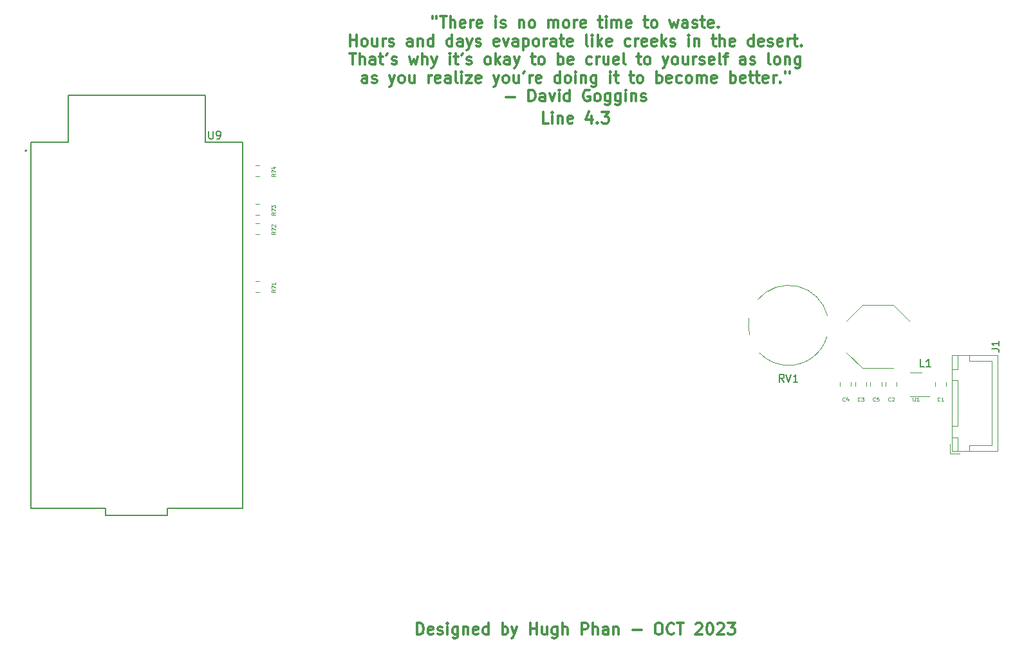
<source format=gbr>
%TF.GenerationSoftware,KiCad,Pcbnew,7.0.8*%
%TF.CreationDate,2023-11-22T21:49:45+11:00*%
%TF.ProjectId,Line 4.3,4c696e65-2034-42e3-932e-6b696361645f,rev?*%
%TF.SameCoordinates,Original*%
%TF.FileFunction,Legend,Top*%
%TF.FilePolarity,Positive*%
%FSLAX46Y46*%
G04 Gerber Fmt 4.6, Leading zero omitted, Abs format (unit mm)*
G04 Created by KiCad (PCBNEW 7.0.8) date 2023-11-22 21:49:45*
%MOMM*%
%LPD*%
G01*
G04 APERTURE LIST*
%ADD10C,0.300000*%
%ADD11C,0.100000*%
%ADD12C,0.150000*%
%ADD13C,0.120000*%
%ADD14C,0.127000*%
%ADD15C,0.200000*%
G04 APERTURE END LIST*
D10*
X129142857Y-190678328D02*
X129142857Y-189178328D01*
X129142857Y-189178328D02*
X129500000Y-189178328D01*
X129500000Y-189178328D02*
X129714286Y-189249757D01*
X129714286Y-189249757D02*
X129857143Y-189392614D01*
X129857143Y-189392614D02*
X129928572Y-189535471D01*
X129928572Y-189535471D02*
X130000000Y-189821185D01*
X130000000Y-189821185D02*
X130000000Y-190035471D01*
X130000000Y-190035471D02*
X129928572Y-190321185D01*
X129928572Y-190321185D02*
X129857143Y-190464042D01*
X129857143Y-190464042D02*
X129714286Y-190606900D01*
X129714286Y-190606900D02*
X129500000Y-190678328D01*
X129500000Y-190678328D02*
X129142857Y-190678328D01*
X131214286Y-190606900D02*
X131071429Y-190678328D01*
X131071429Y-190678328D02*
X130785715Y-190678328D01*
X130785715Y-190678328D02*
X130642857Y-190606900D01*
X130642857Y-190606900D02*
X130571429Y-190464042D01*
X130571429Y-190464042D02*
X130571429Y-189892614D01*
X130571429Y-189892614D02*
X130642857Y-189749757D01*
X130642857Y-189749757D02*
X130785715Y-189678328D01*
X130785715Y-189678328D02*
X131071429Y-189678328D01*
X131071429Y-189678328D02*
X131214286Y-189749757D01*
X131214286Y-189749757D02*
X131285715Y-189892614D01*
X131285715Y-189892614D02*
X131285715Y-190035471D01*
X131285715Y-190035471D02*
X130571429Y-190178328D01*
X131857143Y-190606900D02*
X132000000Y-190678328D01*
X132000000Y-190678328D02*
X132285714Y-190678328D01*
X132285714Y-190678328D02*
X132428571Y-190606900D01*
X132428571Y-190606900D02*
X132500000Y-190464042D01*
X132500000Y-190464042D02*
X132500000Y-190392614D01*
X132500000Y-190392614D02*
X132428571Y-190249757D01*
X132428571Y-190249757D02*
X132285714Y-190178328D01*
X132285714Y-190178328D02*
X132071429Y-190178328D01*
X132071429Y-190178328D02*
X131928571Y-190106900D01*
X131928571Y-190106900D02*
X131857143Y-189964042D01*
X131857143Y-189964042D02*
X131857143Y-189892614D01*
X131857143Y-189892614D02*
X131928571Y-189749757D01*
X131928571Y-189749757D02*
X132071429Y-189678328D01*
X132071429Y-189678328D02*
X132285714Y-189678328D01*
X132285714Y-189678328D02*
X132428571Y-189749757D01*
X133142857Y-190678328D02*
X133142857Y-189678328D01*
X133142857Y-189178328D02*
X133071429Y-189249757D01*
X133071429Y-189249757D02*
X133142857Y-189321185D01*
X133142857Y-189321185D02*
X133214286Y-189249757D01*
X133214286Y-189249757D02*
X133142857Y-189178328D01*
X133142857Y-189178328D02*
X133142857Y-189321185D01*
X134500001Y-189678328D02*
X134500001Y-190892614D01*
X134500001Y-190892614D02*
X134428572Y-191035471D01*
X134428572Y-191035471D02*
X134357143Y-191106900D01*
X134357143Y-191106900D02*
X134214286Y-191178328D01*
X134214286Y-191178328D02*
X134000001Y-191178328D01*
X134000001Y-191178328D02*
X133857143Y-191106900D01*
X134500001Y-190606900D02*
X134357143Y-190678328D01*
X134357143Y-190678328D02*
X134071429Y-190678328D01*
X134071429Y-190678328D02*
X133928572Y-190606900D01*
X133928572Y-190606900D02*
X133857143Y-190535471D01*
X133857143Y-190535471D02*
X133785715Y-190392614D01*
X133785715Y-190392614D02*
X133785715Y-189964042D01*
X133785715Y-189964042D02*
X133857143Y-189821185D01*
X133857143Y-189821185D02*
X133928572Y-189749757D01*
X133928572Y-189749757D02*
X134071429Y-189678328D01*
X134071429Y-189678328D02*
X134357143Y-189678328D01*
X134357143Y-189678328D02*
X134500001Y-189749757D01*
X135214286Y-189678328D02*
X135214286Y-190678328D01*
X135214286Y-189821185D02*
X135285715Y-189749757D01*
X135285715Y-189749757D02*
X135428572Y-189678328D01*
X135428572Y-189678328D02*
X135642858Y-189678328D01*
X135642858Y-189678328D02*
X135785715Y-189749757D01*
X135785715Y-189749757D02*
X135857144Y-189892614D01*
X135857144Y-189892614D02*
X135857144Y-190678328D01*
X137142858Y-190606900D02*
X137000001Y-190678328D01*
X137000001Y-190678328D02*
X136714287Y-190678328D01*
X136714287Y-190678328D02*
X136571429Y-190606900D01*
X136571429Y-190606900D02*
X136500001Y-190464042D01*
X136500001Y-190464042D02*
X136500001Y-189892614D01*
X136500001Y-189892614D02*
X136571429Y-189749757D01*
X136571429Y-189749757D02*
X136714287Y-189678328D01*
X136714287Y-189678328D02*
X137000001Y-189678328D01*
X137000001Y-189678328D02*
X137142858Y-189749757D01*
X137142858Y-189749757D02*
X137214287Y-189892614D01*
X137214287Y-189892614D02*
X137214287Y-190035471D01*
X137214287Y-190035471D02*
X136500001Y-190178328D01*
X138500001Y-190678328D02*
X138500001Y-189178328D01*
X138500001Y-190606900D02*
X138357143Y-190678328D01*
X138357143Y-190678328D02*
X138071429Y-190678328D01*
X138071429Y-190678328D02*
X137928572Y-190606900D01*
X137928572Y-190606900D02*
X137857143Y-190535471D01*
X137857143Y-190535471D02*
X137785715Y-190392614D01*
X137785715Y-190392614D02*
X137785715Y-189964042D01*
X137785715Y-189964042D02*
X137857143Y-189821185D01*
X137857143Y-189821185D02*
X137928572Y-189749757D01*
X137928572Y-189749757D02*
X138071429Y-189678328D01*
X138071429Y-189678328D02*
X138357143Y-189678328D01*
X138357143Y-189678328D02*
X138500001Y-189749757D01*
X140357143Y-190678328D02*
X140357143Y-189178328D01*
X140357143Y-189749757D02*
X140500001Y-189678328D01*
X140500001Y-189678328D02*
X140785715Y-189678328D01*
X140785715Y-189678328D02*
X140928572Y-189749757D01*
X140928572Y-189749757D02*
X141000001Y-189821185D01*
X141000001Y-189821185D02*
X141071429Y-189964042D01*
X141071429Y-189964042D02*
X141071429Y-190392614D01*
X141071429Y-190392614D02*
X141000001Y-190535471D01*
X141000001Y-190535471D02*
X140928572Y-190606900D01*
X140928572Y-190606900D02*
X140785715Y-190678328D01*
X140785715Y-190678328D02*
X140500001Y-190678328D01*
X140500001Y-190678328D02*
X140357143Y-190606900D01*
X141571429Y-189678328D02*
X141928572Y-190678328D01*
X142285715Y-189678328D02*
X141928572Y-190678328D01*
X141928572Y-190678328D02*
X141785715Y-191035471D01*
X141785715Y-191035471D02*
X141714286Y-191106900D01*
X141714286Y-191106900D02*
X141571429Y-191178328D01*
X144000000Y-190678328D02*
X144000000Y-189178328D01*
X144000000Y-189892614D02*
X144857143Y-189892614D01*
X144857143Y-190678328D02*
X144857143Y-189178328D01*
X146214287Y-189678328D02*
X146214287Y-190678328D01*
X145571429Y-189678328D02*
X145571429Y-190464042D01*
X145571429Y-190464042D02*
X145642858Y-190606900D01*
X145642858Y-190606900D02*
X145785715Y-190678328D01*
X145785715Y-190678328D02*
X146000001Y-190678328D01*
X146000001Y-190678328D02*
X146142858Y-190606900D01*
X146142858Y-190606900D02*
X146214287Y-190535471D01*
X147571430Y-189678328D02*
X147571430Y-190892614D01*
X147571430Y-190892614D02*
X147500001Y-191035471D01*
X147500001Y-191035471D02*
X147428572Y-191106900D01*
X147428572Y-191106900D02*
X147285715Y-191178328D01*
X147285715Y-191178328D02*
X147071430Y-191178328D01*
X147071430Y-191178328D02*
X146928572Y-191106900D01*
X147571430Y-190606900D02*
X147428572Y-190678328D01*
X147428572Y-190678328D02*
X147142858Y-190678328D01*
X147142858Y-190678328D02*
X147000001Y-190606900D01*
X147000001Y-190606900D02*
X146928572Y-190535471D01*
X146928572Y-190535471D02*
X146857144Y-190392614D01*
X146857144Y-190392614D02*
X146857144Y-189964042D01*
X146857144Y-189964042D02*
X146928572Y-189821185D01*
X146928572Y-189821185D02*
X147000001Y-189749757D01*
X147000001Y-189749757D02*
X147142858Y-189678328D01*
X147142858Y-189678328D02*
X147428572Y-189678328D01*
X147428572Y-189678328D02*
X147571430Y-189749757D01*
X148285715Y-190678328D02*
X148285715Y-189178328D01*
X148928573Y-190678328D02*
X148928573Y-189892614D01*
X148928573Y-189892614D02*
X148857144Y-189749757D01*
X148857144Y-189749757D02*
X148714287Y-189678328D01*
X148714287Y-189678328D02*
X148500001Y-189678328D01*
X148500001Y-189678328D02*
X148357144Y-189749757D01*
X148357144Y-189749757D02*
X148285715Y-189821185D01*
X150785715Y-190678328D02*
X150785715Y-189178328D01*
X150785715Y-189178328D02*
X151357144Y-189178328D01*
X151357144Y-189178328D02*
X151500001Y-189249757D01*
X151500001Y-189249757D02*
X151571430Y-189321185D01*
X151571430Y-189321185D02*
X151642858Y-189464042D01*
X151642858Y-189464042D02*
X151642858Y-189678328D01*
X151642858Y-189678328D02*
X151571430Y-189821185D01*
X151571430Y-189821185D02*
X151500001Y-189892614D01*
X151500001Y-189892614D02*
X151357144Y-189964042D01*
X151357144Y-189964042D02*
X150785715Y-189964042D01*
X152285715Y-190678328D02*
X152285715Y-189178328D01*
X152928573Y-190678328D02*
X152928573Y-189892614D01*
X152928573Y-189892614D02*
X152857144Y-189749757D01*
X152857144Y-189749757D02*
X152714287Y-189678328D01*
X152714287Y-189678328D02*
X152500001Y-189678328D01*
X152500001Y-189678328D02*
X152357144Y-189749757D01*
X152357144Y-189749757D02*
X152285715Y-189821185D01*
X154285716Y-190678328D02*
X154285716Y-189892614D01*
X154285716Y-189892614D02*
X154214287Y-189749757D01*
X154214287Y-189749757D02*
X154071430Y-189678328D01*
X154071430Y-189678328D02*
X153785716Y-189678328D01*
X153785716Y-189678328D02*
X153642858Y-189749757D01*
X154285716Y-190606900D02*
X154142858Y-190678328D01*
X154142858Y-190678328D02*
X153785716Y-190678328D01*
X153785716Y-190678328D02*
X153642858Y-190606900D01*
X153642858Y-190606900D02*
X153571430Y-190464042D01*
X153571430Y-190464042D02*
X153571430Y-190321185D01*
X153571430Y-190321185D02*
X153642858Y-190178328D01*
X153642858Y-190178328D02*
X153785716Y-190106900D01*
X153785716Y-190106900D02*
X154142858Y-190106900D01*
X154142858Y-190106900D02*
X154285716Y-190035471D01*
X155000001Y-189678328D02*
X155000001Y-190678328D01*
X155000001Y-189821185D02*
X155071430Y-189749757D01*
X155071430Y-189749757D02*
X155214287Y-189678328D01*
X155214287Y-189678328D02*
X155428573Y-189678328D01*
X155428573Y-189678328D02*
X155571430Y-189749757D01*
X155571430Y-189749757D02*
X155642859Y-189892614D01*
X155642859Y-189892614D02*
X155642859Y-190678328D01*
X157500001Y-190106900D02*
X158642859Y-190106900D01*
X160785716Y-189178328D02*
X161071430Y-189178328D01*
X161071430Y-189178328D02*
X161214287Y-189249757D01*
X161214287Y-189249757D02*
X161357144Y-189392614D01*
X161357144Y-189392614D02*
X161428573Y-189678328D01*
X161428573Y-189678328D02*
X161428573Y-190178328D01*
X161428573Y-190178328D02*
X161357144Y-190464042D01*
X161357144Y-190464042D02*
X161214287Y-190606900D01*
X161214287Y-190606900D02*
X161071430Y-190678328D01*
X161071430Y-190678328D02*
X160785716Y-190678328D01*
X160785716Y-190678328D02*
X160642859Y-190606900D01*
X160642859Y-190606900D02*
X160500001Y-190464042D01*
X160500001Y-190464042D02*
X160428573Y-190178328D01*
X160428573Y-190178328D02*
X160428573Y-189678328D01*
X160428573Y-189678328D02*
X160500001Y-189392614D01*
X160500001Y-189392614D02*
X160642859Y-189249757D01*
X160642859Y-189249757D02*
X160785716Y-189178328D01*
X162928573Y-190535471D02*
X162857145Y-190606900D01*
X162857145Y-190606900D02*
X162642859Y-190678328D01*
X162642859Y-190678328D02*
X162500002Y-190678328D01*
X162500002Y-190678328D02*
X162285716Y-190606900D01*
X162285716Y-190606900D02*
X162142859Y-190464042D01*
X162142859Y-190464042D02*
X162071430Y-190321185D01*
X162071430Y-190321185D02*
X162000002Y-190035471D01*
X162000002Y-190035471D02*
X162000002Y-189821185D01*
X162000002Y-189821185D02*
X162071430Y-189535471D01*
X162071430Y-189535471D02*
X162142859Y-189392614D01*
X162142859Y-189392614D02*
X162285716Y-189249757D01*
X162285716Y-189249757D02*
X162500002Y-189178328D01*
X162500002Y-189178328D02*
X162642859Y-189178328D01*
X162642859Y-189178328D02*
X162857145Y-189249757D01*
X162857145Y-189249757D02*
X162928573Y-189321185D01*
X163357145Y-189178328D02*
X164214288Y-189178328D01*
X163785716Y-190678328D02*
X163785716Y-189178328D01*
X165785716Y-189321185D02*
X165857144Y-189249757D01*
X165857144Y-189249757D02*
X166000002Y-189178328D01*
X166000002Y-189178328D02*
X166357144Y-189178328D01*
X166357144Y-189178328D02*
X166500002Y-189249757D01*
X166500002Y-189249757D02*
X166571430Y-189321185D01*
X166571430Y-189321185D02*
X166642859Y-189464042D01*
X166642859Y-189464042D02*
X166642859Y-189606900D01*
X166642859Y-189606900D02*
X166571430Y-189821185D01*
X166571430Y-189821185D02*
X165714287Y-190678328D01*
X165714287Y-190678328D02*
X166642859Y-190678328D01*
X167571430Y-189178328D02*
X167714287Y-189178328D01*
X167714287Y-189178328D02*
X167857144Y-189249757D01*
X167857144Y-189249757D02*
X167928573Y-189321185D01*
X167928573Y-189321185D02*
X168000001Y-189464042D01*
X168000001Y-189464042D02*
X168071430Y-189749757D01*
X168071430Y-189749757D02*
X168071430Y-190106900D01*
X168071430Y-190106900D02*
X168000001Y-190392614D01*
X168000001Y-190392614D02*
X167928573Y-190535471D01*
X167928573Y-190535471D02*
X167857144Y-190606900D01*
X167857144Y-190606900D02*
X167714287Y-190678328D01*
X167714287Y-190678328D02*
X167571430Y-190678328D01*
X167571430Y-190678328D02*
X167428573Y-190606900D01*
X167428573Y-190606900D02*
X167357144Y-190535471D01*
X167357144Y-190535471D02*
X167285715Y-190392614D01*
X167285715Y-190392614D02*
X167214287Y-190106900D01*
X167214287Y-190106900D02*
X167214287Y-189749757D01*
X167214287Y-189749757D02*
X167285715Y-189464042D01*
X167285715Y-189464042D02*
X167357144Y-189321185D01*
X167357144Y-189321185D02*
X167428573Y-189249757D01*
X167428573Y-189249757D02*
X167571430Y-189178328D01*
X168642858Y-189321185D02*
X168714286Y-189249757D01*
X168714286Y-189249757D02*
X168857144Y-189178328D01*
X168857144Y-189178328D02*
X169214286Y-189178328D01*
X169214286Y-189178328D02*
X169357144Y-189249757D01*
X169357144Y-189249757D02*
X169428572Y-189321185D01*
X169428572Y-189321185D02*
X169500001Y-189464042D01*
X169500001Y-189464042D02*
X169500001Y-189606900D01*
X169500001Y-189606900D02*
X169428572Y-189821185D01*
X169428572Y-189821185D02*
X168571429Y-190678328D01*
X168571429Y-190678328D02*
X169500001Y-190678328D01*
X170000000Y-189178328D02*
X170928572Y-189178328D01*
X170928572Y-189178328D02*
X170428572Y-189749757D01*
X170428572Y-189749757D02*
X170642857Y-189749757D01*
X170642857Y-189749757D02*
X170785715Y-189821185D01*
X170785715Y-189821185D02*
X170857143Y-189892614D01*
X170857143Y-189892614D02*
X170928572Y-190035471D01*
X170928572Y-190035471D02*
X170928572Y-190392614D01*
X170928572Y-190392614D02*
X170857143Y-190535471D01*
X170857143Y-190535471D02*
X170785715Y-190606900D01*
X170785715Y-190606900D02*
X170642857Y-190678328D01*
X170642857Y-190678328D02*
X170214286Y-190678328D01*
X170214286Y-190678328D02*
X170071429Y-190606900D01*
X170071429Y-190606900D02*
X170000000Y-190535471D01*
X146428571Y-123428328D02*
X145714285Y-123428328D01*
X145714285Y-123428328D02*
X145714285Y-121928328D01*
X146928571Y-123428328D02*
X146928571Y-122428328D01*
X146928571Y-121928328D02*
X146857143Y-121999757D01*
X146857143Y-121999757D02*
X146928571Y-122071185D01*
X146928571Y-122071185D02*
X147000000Y-121999757D01*
X147000000Y-121999757D02*
X146928571Y-121928328D01*
X146928571Y-121928328D02*
X146928571Y-122071185D01*
X147642857Y-122428328D02*
X147642857Y-123428328D01*
X147642857Y-122571185D02*
X147714286Y-122499757D01*
X147714286Y-122499757D02*
X147857143Y-122428328D01*
X147857143Y-122428328D02*
X148071429Y-122428328D01*
X148071429Y-122428328D02*
X148214286Y-122499757D01*
X148214286Y-122499757D02*
X148285715Y-122642614D01*
X148285715Y-122642614D02*
X148285715Y-123428328D01*
X149571429Y-123356900D02*
X149428572Y-123428328D01*
X149428572Y-123428328D02*
X149142858Y-123428328D01*
X149142858Y-123428328D02*
X149000000Y-123356900D01*
X149000000Y-123356900D02*
X148928572Y-123214042D01*
X148928572Y-123214042D02*
X148928572Y-122642614D01*
X148928572Y-122642614D02*
X149000000Y-122499757D01*
X149000000Y-122499757D02*
X149142858Y-122428328D01*
X149142858Y-122428328D02*
X149428572Y-122428328D01*
X149428572Y-122428328D02*
X149571429Y-122499757D01*
X149571429Y-122499757D02*
X149642858Y-122642614D01*
X149642858Y-122642614D02*
X149642858Y-122785471D01*
X149642858Y-122785471D02*
X148928572Y-122928328D01*
X152071429Y-122428328D02*
X152071429Y-123428328D01*
X151714286Y-121856900D02*
X151357143Y-122928328D01*
X151357143Y-122928328D02*
X152285714Y-122928328D01*
X152857142Y-123285471D02*
X152928571Y-123356900D01*
X152928571Y-123356900D02*
X152857142Y-123428328D01*
X152857142Y-123428328D02*
X152785714Y-123356900D01*
X152785714Y-123356900D02*
X152857142Y-123285471D01*
X152857142Y-123285471D02*
X152857142Y-123428328D01*
X153428571Y-121928328D02*
X154357143Y-121928328D01*
X154357143Y-121928328D02*
X153857143Y-122499757D01*
X153857143Y-122499757D02*
X154071428Y-122499757D01*
X154071428Y-122499757D02*
X154214286Y-122571185D01*
X154214286Y-122571185D02*
X154285714Y-122642614D01*
X154285714Y-122642614D02*
X154357143Y-122785471D01*
X154357143Y-122785471D02*
X154357143Y-123142614D01*
X154357143Y-123142614D02*
X154285714Y-123285471D01*
X154285714Y-123285471D02*
X154214286Y-123356900D01*
X154214286Y-123356900D02*
X154071428Y-123428328D01*
X154071428Y-123428328D02*
X153642857Y-123428328D01*
X153642857Y-123428328D02*
X153500000Y-123356900D01*
X153500000Y-123356900D02*
X153428571Y-123285471D01*
X131142857Y-109348328D02*
X131142857Y-109634042D01*
X131714285Y-109348328D02*
X131714285Y-109634042D01*
X132142857Y-109348328D02*
X133000000Y-109348328D01*
X132571428Y-110848328D02*
X132571428Y-109348328D01*
X133499999Y-110848328D02*
X133499999Y-109348328D01*
X134142857Y-110848328D02*
X134142857Y-110062614D01*
X134142857Y-110062614D02*
X134071428Y-109919757D01*
X134071428Y-109919757D02*
X133928571Y-109848328D01*
X133928571Y-109848328D02*
X133714285Y-109848328D01*
X133714285Y-109848328D02*
X133571428Y-109919757D01*
X133571428Y-109919757D02*
X133499999Y-109991185D01*
X135428571Y-110776900D02*
X135285714Y-110848328D01*
X135285714Y-110848328D02*
X135000000Y-110848328D01*
X135000000Y-110848328D02*
X134857142Y-110776900D01*
X134857142Y-110776900D02*
X134785714Y-110634042D01*
X134785714Y-110634042D02*
X134785714Y-110062614D01*
X134785714Y-110062614D02*
X134857142Y-109919757D01*
X134857142Y-109919757D02*
X135000000Y-109848328D01*
X135000000Y-109848328D02*
X135285714Y-109848328D01*
X135285714Y-109848328D02*
X135428571Y-109919757D01*
X135428571Y-109919757D02*
X135500000Y-110062614D01*
X135500000Y-110062614D02*
X135500000Y-110205471D01*
X135500000Y-110205471D02*
X134785714Y-110348328D01*
X136142856Y-110848328D02*
X136142856Y-109848328D01*
X136142856Y-110134042D02*
X136214285Y-109991185D01*
X136214285Y-109991185D02*
X136285714Y-109919757D01*
X136285714Y-109919757D02*
X136428571Y-109848328D01*
X136428571Y-109848328D02*
X136571428Y-109848328D01*
X137642856Y-110776900D02*
X137499999Y-110848328D01*
X137499999Y-110848328D02*
X137214285Y-110848328D01*
X137214285Y-110848328D02*
X137071427Y-110776900D01*
X137071427Y-110776900D02*
X136999999Y-110634042D01*
X136999999Y-110634042D02*
X136999999Y-110062614D01*
X136999999Y-110062614D02*
X137071427Y-109919757D01*
X137071427Y-109919757D02*
X137214285Y-109848328D01*
X137214285Y-109848328D02*
X137499999Y-109848328D01*
X137499999Y-109848328D02*
X137642856Y-109919757D01*
X137642856Y-109919757D02*
X137714285Y-110062614D01*
X137714285Y-110062614D02*
X137714285Y-110205471D01*
X137714285Y-110205471D02*
X136999999Y-110348328D01*
X139499998Y-110848328D02*
X139499998Y-109848328D01*
X139499998Y-109348328D02*
X139428570Y-109419757D01*
X139428570Y-109419757D02*
X139499998Y-109491185D01*
X139499998Y-109491185D02*
X139571427Y-109419757D01*
X139571427Y-109419757D02*
X139499998Y-109348328D01*
X139499998Y-109348328D02*
X139499998Y-109491185D01*
X140142856Y-110776900D02*
X140285713Y-110848328D01*
X140285713Y-110848328D02*
X140571427Y-110848328D01*
X140571427Y-110848328D02*
X140714284Y-110776900D01*
X140714284Y-110776900D02*
X140785713Y-110634042D01*
X140785713Y-110634042D02*
X140785713Y-110562614D01*
X140785713Y-110562614D02*
X140714284Y-110419757D01*
X140714284Y-110419757D02*
X140571427Y-110348328D01*
X140571427Y-110348328D02*
X140357142Y-110348328D01*
X140357142Y-110348328D02*
X140214284Y-110276900D01*
X140214284Y-110276900D02*
X140142856Y-110134042D01*
X140142856Y-110134042D02*
X140142856Y-110062614D01*
X140142856Y-110062614D02*
X140214284Y-109919757D01*
X140214284Y-109919757D02*
X140357142Y-109848328D01*
X140357142Y-109848328D02*
X140571427Y-109848328D01*
X140571427Y-109848328D02*
X140714284Y-109919757D01*
X142571427Y-109848328D02*
X142571427Y-110848328D01*
X142571427Y-109991185D02*
X142642856Y-109919757D01*
X142642856Y-109919757D02*
X142785713Y-109848328D01*
X142785713Y-109848328D02*
X142999999Y-109848328D01*
X142999999Y-109848328D02*
X143142856Y-109919757D01*
X143142856Y-109919757D02*
X143214285Y-110062614D01*
X143214285Y-110062614D02*
X143214285Y-110848328D01*
X144142856Y-110848328D02*
X143999999Y-110776900D01*
X143999999Y-110776900D02*
X143928570Y-110705471D01*
X143928570Y-110705471D02*
X143857142Y-110562614D01*
X143857142Y-110562614D02*
X143857142Y-110134042D01*
X143857142Y-110134042D02*
X143928570Y-109991185D01*
X143928570Y-109991185D02*
X143999999Y-109919757D01*
X143999999Y-109919757D02*
X144142856Y-109848328D01*
X144142856Y-109848328D02*
X144357142Y-109848328D01*
X144357142Y-109848328D02*
X144499999Y-109919757D01*
X144499999Y-109919757D02*
X144571428Y-109991185D01*
X144571428Y-109991185D02*
X144642856Y-110134042D01*
X144642856Y-110134042D02*
X144642856Y-110562614D01*
X144642856Y-110562614D02*
X144571428Y-110705471D01*
X144571428Y-110705471D02*
X144499999Y-110776900D01*
X144499999Y-110776900D02*
X144357142Y-110848328D01*
X144357142Y-110848328D02*
X144142856Y-110848328D01*
X146428570Y-110848328D02*
X146428570Y-109848328D01*
X146428570Y-109991185D02*
X146499999Y-109919757D01*
X146499999Y-109919757D02*
X146642856Y-109848328D01*
X146642856Y-109848328D02*
X146857142Y-109848328D01*
X146857142Y-109848328D02*
X146999999Y-109919757D01*
X146999999Y-109919757D02*
X147071428Y-110062614D01*
X147071428Y-110062614D02*
X147071428Y-110848328D01*
X147071428Y-110062614D02*
X147142856Y-109919757D01*
X147142856Y-109919757D02*
X147285713Y-109848328D01*
X147285713Y-109848328D02*
X147499999Y-109848328D01*
X147499999Y-109848328D02*
X147642856Y-109919757D01*
X147642856Y-109919757D02*
X147714285Y-110062614D01*
X147714285Y-110062614D02*
X147714285Y-110848328D01*
X148642856Y-110848328D02*
X148499999Y-110776900D01*
X148499999Y-110776900D02*
X148428570Y-110705471D01*
X148428570Y-110705471D02*
X148357142Y-110562614D01*
X148357142Y-110562614D02*
X148357142Y-110134042D01*
X148357142Y-110134042D02*
X148428570Y-109991185D01*
X148428570Y-109991185D02*
X148499999Y-109919757D01*
X148499999Y-109919757D02*
X148642856Y-109848328D01*
X148642856Y-109848328D02*
X148857142Y-109848328D01*
X148857142Y-109848328D02*
X148999999Y-109919757D01*
X148999999Y-109919757D02*
X149071428Y-109991185D01*
X149071428Y-109991185D02*
X149142856Y-110134042D01*
X149142856Y-110134042D02*
X149142856Y-110562614D01*
X149142856Y-110562614D02*
X149071428Y-110705471D01*
X149071428Y-110705471D02*
X148999999Y-110776900D01*
X148999999Y-110776900D02*
X148857142Y-110848328D01*
X148857142Y-110848328D02*
X148642856Y-110848328D01*
X149785713Y-110848328D02*
X149785713Y-109848328D01*
X149785713Y-110134042D02*
X149857142Y-109991185D01*
X149857142Y-109991185D02*
X149928571Y-109919757D01*
X149928571Y-109919757D02*
X150071428Y-109848328D01*
X150071428Y-109848328D02*
X150214285Y-109848328D01*
X151285713Y-110776900D02*
X151142856Y-110848328D01*
X151142856Y-110848328D02*
X150857142Y-110848328D01*
X150857142Y-110848328D02*
X150714284Y-110776900D01*
X150714284Y-110776900D02*
X150642856Y-110634042D01*
X150642856Y-110634042D02*
X150642856Y-110062614D01*
X150642856Y-110062614D02*
X150714284Y-109919757D01*
X150714284Y-109919757D02*
X150857142Y-109848328D01*
X150857142Y-109848328D02*
X151142856Y-109848328D01*
X151142856Y-109848328D02*
X151285713Y-109919757D01*
X151285713Y-109919757D02*
X151357142Y-110062614D01*
X151357142Y-110062614D02*
X151357142Y-110205471D01*
X151357142Y-110205471D02*
X150642856Y-110348328D01*
X152928570Y-109848328D02*
X153499998Y-109848328D01*
X153142855Y-109348328D02*
X153142855Y-110634042D01*
X153142855Y-110634042D02*
X153214284Y-110776900D01*
X153214284Y-110776900D02*
X153357141Y-110848328D01*
X153357141Y-110848328D02*
X153499998Y-110848328D01*
X153999998Y-110848328D02*
X153999998Y-109848328D01*
X153999998Y-109348328D02*
X153928570Y-109419757D01*
X153928570Y-109419757D02*
X153999998Y-109491185D01*
X153999998Y-109491185D02*
X154071427Y-109419757D01*
X154071427Y-109419757D02*
X153999998Y-109348328D01*
X153999998Y-109348328D02*
X153999998Y-109491185D01*
X154714284Y-110848328D02*
X154714284Y-109848328D01*
X154714284Y-109991185D02*
X154785713Y-109919757D01*
X154785713Y-109919757D02*
X154928570Y-109848328D01*
X154928570Y-109848328D02*
X155142856Y-109848328D01*
X155142856Y-109848328D02*
X155285713Y-109919757D01*
X155285713Y-109919757D02*
X155357142Y-110062614D01*
X155357142Y-110062614D02*
X155357142Y-110848328D01*
X155357142Y-110062614D02*
X155428570Y-109919757D01*
X155428570Y-109919757D02*
X155571427Y-109848328D01*
X155571427Y-109848328D02*
X155785713Y-109848328D01*
X155785713Y-109848328D02*
X155928570Y-109919757D01*
X155928570Y-109919757D02*
X155999999Y-110062614D01*
X155999999Y-110062614D02*
X155999999Y-110848328D01*
X157285713Y-110776900D02*
X157142856Y-110848328D01*
X157142856Y-110848328D02*
X156857142Y-110848328D01*
X156857142Y-110848328D02*
X156714284Y-110776900D01*
X156714284Y-110776900D02*
X156642856Y-110634042D01*
X156642856Y-110634042D02*
X156642856Y-110062614D01*
X156642856Y-110062614D02*
X156714284Y-109919757D01*
X156714284Y-109919757D02*
X156857142Y-109848328D01*
X156857142Y-109848328D02*
X157142856Y-109848328D01*
X157142856Y-109848328D02*
X157285713Y-109919757D01*
X157285713Y-109919757D02*
X157357142Y-110062614D01*
X157357142Y-110062614D02*
X157357142Y-110205471D01*
X157357142Y-110205471D02*
X156642856Y-110348328D01*
X158928570Y-109848328D02*
X159499998Y-109848328D01*
X159142855Y-109348328D02*
X159142855Y-110634042D01*
X159142855Y-110634042D02*
X159214284Y-110776900D01*
X159214284Y-110776900D02*
X159357141Y-110848328D01*
X159357141Y-110848328D02*
X159499998Y-110848328D01*
X160214284Y-110848328D02*
X160071427Y-110776900D01*
X160071427Y-110776900D02*
X159999998Y-110705471D01*
X159999998Y-110705471D02*
X159928570Y-110562614D01*
X159928570Y-110562614D02*
X159928570Y-110134042D01*
X159928570Y-110134042D02*
X159999998Y-109991185D01*
X159999998Y-109991185D02*
X160071427Y-109919757D01*
X160071427Y-109919757D02*
X160214284Y-109848328D01*
X160214284Y-109848328D02*
X160428570Y-109848328D01*
X160428570Y-109848328D02*
X160571427Y-109919757D01*
X160571427Y-109919757D02*
X160642856Y-109991185D01*
X160642856Y-109991185D02*
X160714284Y-110134042D01*
X160714284Y-110134042D02*
X160714284Y-110562614D01*
X160714284Y-110562614D02*
X160642856Y-110705471D01*
X160642856Y-110705471D02*
X160571427Y-110776900D01*
X160571427Y-110776900D02*
X160428570Y-110848328D01*
X160428570Y-110848328D02*
X160214284Y-110848328D01*
X162357141Y-109848328D02*
X162642856Y-110848328D01*
X162642856Y-110848328D02*
X162928570Y-110134042D01*
X162928570Y-110134042D02*
X163214284Y-110848328D01*
X163214284Y-110848328D02*
X163499998Y-109848328D01*
X164714285Y-110848328D02*
X164714285Y-110062614D01*
X164714285Y-110062614D02*
X164642856Y-109919757D01*
X164642856Y-109919757D02*
X164499999Y-109848328D01*
X164499999Y-109848328D02*
X164214285Y-109848328D01*
X164214285Y-109848328D02*
X164071427Y-109919757D01*
X164714285Y-110776900D02*
X164571427Y-110848328D01*
X164571427Y-110848328D02*
X164214285Y-110848328D01*
X164214285Y-110848328D02*
X164071427Y-110776900D01*
X164071427Y-110776900D02*
X163999999Y-110634042D01*
X163999999Y-110634042D02*
X163999999Y-110491185D01*
X163999999Y-110491185D02*
X164071427Y-110348328D01*
X164071427Y-110348328D02*
X164214285Y-110276900D01*
X164214285Y-110276900D02*
X164571427Y-110276900D01*
X164571427Y-110276900D02*
X164714285Y-110205471D01*
X165357142Y-110776900D02*
X165499999Y-110848328D01*
X165499999Y-110848328D02*
X165785713Y-110848328D01*
X165785713Y-110848328D02*
X165928570Y-110776900D01*
X165928570Y-110776900D02*
X165999999Y-110634042D01*
X165999999Y-110634042D02*
X165999999Y-110562614D01*
X165999999Y-110562614D02*
X165928570Y-110419757D01*
X165928570Y-110419757D02*
X165785713Y-110348328D01*
X165785713Y-110348328D02*
X165571428Y-110348328D01*
X165571428Y-110348328D02*
X165428570Y-110276900D01*
X165428570Y-110276900D02*
X165357142Y-110134042D01*
X165357142Y-110134042D02*
X165357142Y-110062614D01*
X165357142Y-110062614D02*
X165428570Y-109919757D01*
X165428570Y-109919757D02*
X165571428Y-109848328D01*
X165571428Y-109848328D02*
X165785713Y-109848328D01*
X165785713Y-109848328D02*
X165928570Y-109919757D01*
X166428571Y-109848328D02*
X166999999Y-109848328D01*
X166642856Y-109348328D02*
X166642856Y-110634042D01*
X166642856Y-110634042D02*
X166714285Y-110776900D01*
X166714285Y-110776900D02*
X166857142Y-110848328D01*
X166857142Y-110848328D02*
X166999999Y-110848328D01*
X168071428Y-110776900D02*
X167928571Y-110848328D01*
X167928571Y-110848328D02*
X167642857Y-110848328D01*
X167642857Y-110848328D02*
X167499999Y-110776900D01*
X167499999Y-110776900D02*
X167428571Y-110634042D01*
X167428571Y-110634042D02*
X167428571Y-110062614D01*
X167428571Y-110062614D02*
X167499999Y-109919757D01*
X167499999Y-109919757D02*
X167642857Y-109848328D01*
X167642857Y-109848328D02*
X167928571Y-109848328D01*
X167928571Y-109848328D02*
X168071428Y-109919757D01*
X168071428Y-109919757D02*
X168142857Y-110062614D01*
X168142857Y-110062614D02*
X168142857Y-110205471D01*
X168142857Y-110205471D02*
X167428571Y-110348328D01*
X168785713Y-110705471D02*
X168857142Y-110776900D01*
X168857142Y-110776900D02*
X168785713Y-110848328D01*
X168785713Y-110848328D02*
X168714285Y-110776900D01*
X168714285Y-110776900D02*
X168785713Y-110705471D01*
X168785713Y-110705471D02*
X168785713Y-110848328D01*
X120321428Y-113263328D02*
X120321428Y-111763328D01*
X120321428Y-112477614D02*
X121178571Y-112477614D01*
X121178571Y-113263328D02*
X121178571Y-111763328D01*
X122107143Y-113263328D02*
X121964286Y-113191900D01*
X121964286Y-113191900D02*
X121892857Y-113120471D01*
X121892857Y-113120471D02*
X121821429Y-112977614D01*
X121821429Y-112977614D02*
X121821429Y-112549042D01*
X121821429Y-112549042D02*
X121892857Y-112406185D01*
X121892857Y-112406185D02*
X121964286Y-112334757D01*
X121964286Y-112334757D02*
X122107143Y-112263328D01*
X122107143Y-112263328D02*
X122321429Y-112263328D01*
X122321429Y-112263328D02*
X122464286Y-112334757D01*
X122464286Y-112334757D02*
X122535715Y-112406185D01*
X122535715Y-112406185D02*
X122607143Y-112549042D01*
X122607143Y-112549042D02*
X122607143Y-112977614D01*
X122607143Y-112977614D02*
X122535715Y-113120471D01*
X122535715Y-113120471D02*
X122464286Y-113191900D01*
X122464286Y-113191900D02*
X122321429Y-113263328D01*
X122321429Y-113263328D02*
X122107143Y-113263328D01*
X123892858Y-112263328D02*
X123892858Y-113263328D01*
X123250000Y-112263328D02*
X123250000Y-113049042D01*
X123250000Y-113049042D02*
X123321429Y-113191900D01*
X123321429Y-113191900D02*
X123464286Y-113263328D01*
X123464286Y-113263328D02*
X123678572Y-113263328D01*
X123678572Y-113263328D02*
X123821429Y-113191900D01*
X123821429Y-113191900D02*
X123892858Y-113120471D01*
X124607143Y-113263328D02*
X124607143Y-112263328D01*
X124607143Y-112549042D02*
X124678572Y-112406185D01*
X124678572Y-112406185D02*
X124750001Y-112334757D01*
X124750001Y-112334757D02*
X124892858Y-112263328D01*
X124892858Y-112263328D02*
X125035715Y-112263328D01*
X125464286Y-113191900D02*
X125607143Y-113263328D01*
X125607143Y-113263328D02*
X125892857Y-113263328D01*
X125892857Y-113263328D02*
X126035714Y-113191900D01*
X126035714Y-113191900D02*
X126107143Y-113049042D01*
X126107143Y-113049042D02*
X126107143Y-112977614D01*
X126107143Y-112977614D02*
X126035714Y-112834757D01*
X126035714Y-112834757D02*
X125892857Y-112763328D01*
X125892857Y-112763328D02*
X125678572Y-112763328D01*
X125678572Y-112763328D02*
X125535714Y-112691900D01*
X125535714Y-112691900D02*
X125464286Y-112549042D01*
X125464286Y-112549042D02*
X125464286Y-112477614D01*
X125464286Y-112477614D02*
X125535714Y-112334757D01*
X125535714Y-112334757D02*
X125678572Y-112263328D01*
X125678572Y-112263328D02*
X125892857Y-112263328D01*
X125892857Y-112263328D02*
X126035714Y-112334757D01*
X128535715Y-113263328D02*
X128535715Y-112477614D01*
X128535715Y-112477614D02*
X128464286Y-112334757D01*
X128464286Y-112334757D02*
X128321429Y-112263328D01*
X128321429Y-112263328D02*
X128035715Y-112263328D01*
X128035715Y-112263328D02*
X127892857Y-112334757D01*
X128535715Y-113191900D02*
X128392857Y-113263328D01*
X128392857Y-113263328D02*
X128035715Y-113263328D01*
X128035715Y-113263328D02*
X127892857Y-113191900D01*
X127892857Y-113191900D02*
X127821429Y-113049042D01*
X127821429Y-113049042D02*
X127821429Y-112906185D01*
X127821429Y-112906185D02*
X127892857Y-112763328D01*
X127892857Y-112763328D02*
X128035715Y-112691900D01*
X128035715Y-112691900D02*
X128392857Y-112691900D01*
X128392857Y-112691900D02*
X128535715Y-112620471D01*
X129250000Y-112263328D02*
X129250000Y-113263328D01*
X129250000Y-112406185D02*
X129321429Y-112334757D01*
X129321429Y-112334757D02*
X129464286Y-112263328D01*
X129464286Y-112263328D02*
X129678572Y-112263328D01*
X129678572Y-112263328D02*
X129821429Y-112334757D01*
X129821429Y-112334757D02*
X129892858Y-112477614D01*
X129892858Y-112477614D02*
X129892858Y-113263328D01*
X131250001Y-113263328D02*
X131250001Y-111763328D01*
X131250001Y-113191900D02*
X131107143Y-113263328D01*
X131107143Y-113263328D02*
X130821429Y-113263328D01*
X130821429Y-113263328D02*
X130678572Y-113191900D01*
X130678572Y-113191900D02*
X130607143Y-113120471D01*
X130607143Y-113120471D02*
X130535715Y-112977614D01*
X130535715Y-112977614D02*
X130535715Y-112549042D01*
X130535715Y-112549042D02*
X130607143Y-112406185D01*
X130607143Y-112406185D02*
X130678572Y-112334757D01*
X130678572Y-112334757D02*
X130821429Y-112263328D01*
X130821429Y-112263328D02*
X131107143Y-112263328D01*
X131107143Y-112263328D02*
X131250001Y-112334757D01*
X133750001Y-113263328D02*
X133750001Y-111763328D01*
X133750001Y-113191900D02*
X133607143Y-113263328D01*
X133607143Y-113263328D02*
X133321429Y-113263328D01*
X133321429Y-113263328D02*
X133178572Y-113191900D01*
X133178572Y-113191900D02*
X133107143Y-113120471D01*
X133107143Y-113120471D02*
X133035715Y-112977614D01*
X133035715Y-112977614D02*
X133035715Y-112549042D01*
X133035715Y-112549042D02*
X133107143Y-112406185D01*
X133107143Y-112406185D02*
X133178572Y-112334757D01*
X133178572Y-112334757D02*
X133321429Y-112263328D01*
X133321429Y-112263328D02*
X133607143Y-112263328D01*
X133607143Y-112263328D02*
X133750001Y-112334757D01*
X135107144Y-113263328D02*
X135107144Y-112477614D01*
X135107144Y-112477614D02*
X135035715Y-112334757D01*
X135035715Y-112334757D02*
X134892858Y-112263328D01*
X134892858Y-112263328D02*
X134607144Y-112263328D01*
X134607144Y-112263328D02*
X134464286Y-112334757D01*
X135107144Y-113191900D02*
X134964286Y-113263328D01*
X134964286Y-113263328D02*
X134607144Y-113263328D01*
X134607144Y-113263328D02*
X134464286Y-113191900D01*
X134464286Y-113191900D02*
X134392858Y-113049042D01*
X134392858Y-113049042D02*
X134392858Y-112906185D01*
X134392858Y-112906185D02*
X134464286Y-112763328D01*
X134464286Y-112763328D02*
X134607144Y-112691900D01*
X134607144Y-112691900D02*
X134964286Y-112691900D01*
X134964286Y-112691900D02*
X135107144Y-112620471D01*
X135678572Y-112263328D02*
X136035715Y-113263328D01*
X136392858Y-112263328D02*
X136035715Y-113263328D01*
X136035715Y-113263328D02*
X135892858Y-113620471D01*
X135892858Y-113620471D02*
X135821429Y-113691900D01*
X135821429Y-113691900D02*
X135678572Y-113763328D01*
X136892858Y-113191900D02*
X137035715Y-113263328D01*
X137035715Y-113263328D02*
X137321429Y-113263328D01*
X137321429Y-113263328D02*
X137464286Y-113191900D01*
X137464286Y-113191900D02*
X137535715Y-113049042D01*
X137535715Y-113049042D02*
X137535715Y-112977614D01*
X137535715Y-112977614D02*
X137464286Y-112834757D01*
X137464286Y-112834757D02*
X137321429Y-112763328D01*
X137321429Y-112763328D02*
X137107144Y-112763328D01*
X137107144Y-112763328D02*
X136964286Y-112691900D01*
X136964286Y-112691900D02*
X136892858Y-112549042D01*
X136892858Y-112549042D02*
X136892858Y-112477614D01*
X136892858Y-112477614D02*
X136964286Y-112334757D01*
X136964286Y-112334757D02*
X137107144Y-112263328D01*
X137107144Y-112263328D02*
X137321429Y-112263328D01*
X137321429Y-112263328D02*
X137464286Y-112334757D01*
X139892858Y-113191900D02*
X139750001Y-113263328D01*
X139750001Y-113263328D02*
X139464287Y-113263328D01*
X139464287Y-113263328D02*
X139321429Y-113191900D01*
X139321429Y-113191900D02*
X139250001Y-113049042D01*
X139250001Y-113049042D02*
X139250001Y-112477614D01*
X139250001Y-112477614D02*
X139321429Y-112334757D01*
X139321429Y-112334757D02*
X139464287Y-112263328D01*
X139464287Y-112263328D02*
X139750001Y-112263328D01*
X139750001Y-112263328D02*
X139892858Y-112334757D01*
X139892858Y-112334757D02*
X139964287Y-112477614D01*
X139964287Y-112477614D02*
X139964287Y-112620471D01*
X139964287Y-112620471D02*
X139250001Y-112763328D01*
X140464286Y-112263328D02*
X140821429Y-113263328D01*
X140821429Y-113263328D02*
X141178572Y-112263328D01*
X142392858Y-113263328D02*
X142392858Y-112477614D01*
X142392858Y-112477614D02*
X142321429Y-112334757D01*
X142321429Y-112334757D02*
X142178572Y-112263328D01*
X142178572Y-112263328D02*
X141892858Y-112263328D01*
X141892858Y-112263328D02*
X141750000Y-112334757D01*
X142392858Y-113191900D02*
X142250000Y-113263328D01*
X142250000Y-113263328D02*
X141892858Y-113263328D01*
X141892858Y-113263328D02*
X141750000Y-113191900D01*
X141750000Y-113191900D02*
X141678572Y-113049042D01*
X141678572Y-113049042D02*
X141678572Y-112906185D01*
X141678572Y-112906185D02*
X141750000Y-112763328D01*
X141750000Y-112763328D02*
X141892858Y-112691900D01*
X141892858Y-112691900D02*
X142250000Y-112691900D01*
X142250000Y-112691900D02*
X142392858Y-112620471D01*
X143107143Y-112263328D02*
X143107143Y-113763328D01*
X143107143Y-112334757D02*
X143250001Y-112263328D01*
X143250001Y-112263328D02*
X143535715Y-112263328D01*
X143535715Y-112263328D02*
X143678572Y-112334757D01*
X143678572Y-112334757D02*
X143750001Y-112406185D01*
X143750001Y-112406185D02*
X143821429Y-112549042D01*
X143821429Y-112549042D02*
X143821429Y-112977614D01*
X143821429Y-112977614D02*
X143750001Y-113120471D01*
X143750001Y-113120471D02*
X143678572Y-113191900D01*
X143678572Y-113191900D02*
X143535715Y-113263328D01*
X143535715Y-113263328D02*
X143250001Y-113263328D01*
X143250001Y-113263328D02*
X143107143Y-113191900D01*
X144678572Y-113263328D02*
X144535715Y-113191900D01*
X144535715Y-113191900D02*
X144464286Y-113120471D01*
X144464286Y-113120471D02*
X144392858Y-112977614D01*
X144392858Y-112977614D02*
X144392858Y-112549042D01*
X144392858Y-112549042D02*
X144464286Y-112406185D01*
X144464286Y-112406185D02*
X144535715Y-112334757D01*
X144535715Y-112334757D02*
X144678572Y-112263328D01*
X144678572Y-112263328D02*
X144892858Y-112263328D01*
X144892858Y-112263328D02*
X145035715Y-112334757D01*
X145035715Y-112334757D02*
X145107144Y-112406185D01*
X145107144Y-112406185D02*
X145178572Y-112549042D01*
X145178572Y-112549042D02*
X145178572Y-112977614D01*
X145178572Y-112977614D02*
X145107144Y-113120471D01*
X145107144Y-113120471D02*
X145035715Y-113191900D01*
X145035715Y-113191900D02*
X144892858Y-113263328D01*
X144892858Y-113263328D02*
X144678572Y-113263328D01*
X145821429Y-113263328D02*
X145821429Y-112263328D01*
X145821429Y-112549042D02*
X145892858Y-112406185D01*
X145892858Y-112406185D02*
X145964287Y-112334757D01*
X145964287Y-112334757D02*
X146107144Y-112263328D01*
X146107144Y-112263328D02*
X146250001Y-112263328D01*
X147392858Y-113263328D02*
X147392858Y-112477614D01*
X147392858Y-112477614D02*
X147321429Y-112334757D01*
X147321429Y-112334757D02*
X147178572Y-112263328D01*
X147178572Y-112263328D02*
X146892858Y-112263328D01*
X146892858Y-112263328D02*
X146750000Y-112334757D01*
X147392858Y-113191900D02*
X147250000Y-113263328D01*
X147250000Y-113263328D02*
X146892858Y-113263328D01*
X146892858Y-113263328D02*
X146750000Y-113191900D01*
X146750000Y-113191900D02*
X146678572Y-113049042D01*
X146678572Y-113049042D02*
X146678572Y-112906185D01*
X146678572Y-112906185D02*
X146750000Y-112763328D01*
X146750000Y-112763328D02*
X146892858Y-112691900D01*
X146892858Y-112691900D02*
X147250000Y-112691900D01*
X147250000Y-112691900D02*
X147392858Y-112620471D01*
X147892858Y-112263328D02*
X148464286Y-112263328D01*
X148107143Y-111763328D02*
X148107143Y-113049042D01*
X148107143Y-113049042D02*
X148178572Y-113191900D01*
X148178572Y-113191900D02*
X148321429Y-113263328D01*
X148321429Y-113263328D02*
X148464286Y-113263328D01*
X149535715Y-113191900D02*
X149392858Y-113263328D01*
X149392858Y-113263328D02*
X149107144Y-113263328D01*
X149107144Y-113263328D02*
X148964286Y-113191900D01*
X148964286Y-113191900D02*
X148892858Y-113049042D01*
X148892858Y-113049042D02*
X148892858Y-112477614D01*
X148892858Y-112477614D02*
X148964286Y-112334757D01*
X148964286Y-112334757D02*
X149107144Y-112263328D01*
X149107144Y-112263328D02*
X149392858Y-112263328D01*
X149392858Y-112263328D02*
X149535715Y-112334757D01*
X149535715Y-112334757D02*
X149607144Y-112477614D01*
X149607144Y-112477614D02*
X149607144Y-112620471D01*
X149607144Y-112620471D02*
X148892858Y-112763328D01*
X151607143Y-113263328D02*
X151464286Y-113191900D01*
X151464286Y-113191900D02*
X151392857Y-113049042D01*
X151392857Y-113049042D02*
X151392857Y-111763328D01*
X152178571Y-113263328D02*
X152178571Y-112263328D01*
X152178571Y-111763328D02*
X152107143Y-111834757D01*
X152107143Y-111834757D02*
X152178571Y-111906185D01*
X152178571Y-111906185D02*
X152250000Y-111834757D01*
X152250000Y-111834757D02*
X152178571Y-111763328D01*
X152178571Y-111763328D02*
X152178571Y-111906185D01*
X152892857Y-113263328D02*
X152892857Y-111763328D01*
X153035715Y-112691900D02*
X153464286Y-113263328D01*
X153464286Y-112263328D02*
X152892857Y-112834757D01*
X154678572Y-113191900D02*
X154535715Y-113263328D01*
X154535715Y-113263328D02*
X154250001Y-113263328D01*
X154250001Y-113263328D02*
X154107143Y-113191900D01*
X154107143Y-113191900D02*
X154035715Y-113049042D01*
X154035715Y-113049042D02*
X154035715Y-112477614D01*
X154035715Y-112477614D02*
X154107143Y-112334757D01*
X154107143Y-112334757D02*
X154250001Y-112263328D01*
X154250001Y-112263328D02*
X154535715Y-112263328D01*
X154535715Y-112263328D02*
X154678572Y-112334757D01*
X154678572Y-112334757D02*
X154750001Y-112477614D01*
X154750001Y-112477614D02*
X154750001Y-112620471D01*
X154750001Y-112620471D02*
X154035715Y-112763328D01*
X157178572Y-113191900D02*
X157035714Y-113263328D01*
X157035714Y-113263328D02*
X156750000Y-113263328D01*
X156750000Y-113263328D02*
X156607143Y-113191900D01*
X156607143Y-113191900D02*
X156535714Y-113120471D01*
X156535714Y-113120471D02*
X156464286Y-112977614D01*
X156464286Y-112977614D02*
X156464286Y-112549042D01*
X156464286Y-112549042D02*
X156535714Y-112406185D01*
X156535714Y-112406185D02*
X156607143Y-112334757D01*
X156607143Y-112334757D02*
X156750000Y-112263328D01*
X156750000Y-112263328D02*
X157035714Y-112263328D01*
X157035714Y-112263328D02*
X157178572Y-112334757D01*
X157821428Y-113263328D02*
X157821428Y-112263328D01*
X157821428Y-112549042D02*
X157892857Y-112406185D01*
X157892857Y-112406185D02*
X157964286Y-112334757D01*
X157964286Y-112334757D02*
X158107143Y-112263328D01*
X158107143Y-112263328D02*
X158250000Y-112263328D01*
X159321428Y-113191900D02*
X159178571Y-113263328D01*
X159178571Y-113263328D02*
X158892857Y-113263328D01*
X158892857Y-113263328D02*
X158749999Y-113191900D01*
X158749999Y-113191900D02*
X158678571Y-113049042D01*
X158678571Y-113049042D02*
X158678571Y-112477614D01*
X158678571Y-112477614D02*
X158749999Y-112334757D01*
X158749999Y-112334757D02*
X158892857Y-112263328D01*
X158892857Y-112263328D02*
X159178571Y-112263328D01*
X159178571Y-112263328D02*
X159321428Y-112334757D01*
X159321428Y-112334757D02*
X159392857Y-112477614D01*
X159392857Y-112477614D02*
X159392857Y-112620471D01*
X159392857Y-112620471D02*
X158678571Y-112763328D01*
X160607142Y-113191900D02*
X160464285Y-113263328D01*
X160464285Y-113263328D02*
X160178571Y-113263328D01*
X160178571Y-113263328D02*
X160035713Y-113191900D01*
X160035713Y-113191900D02*
X159964285Y-113049042D01*
X159964285Y-113049042D02*
X159964285Y-112477614D01*
X159964285Y-112477614D02*
X160035713Y-112334757D01*
X160035713Y-112334757D02*
X160178571Y-112263328D01*
X160178571Y-112263328D02*
X160464285Y-112263328D01*
X160464285Y-112263328D02*
X160607142Y-112334757D01*
X160607142Y-112334757D02*
X160678571Y-112477614D01*
X160678571Y-112477614D02*
X160678571Y-112620471D01*
X160678571Y-112620471D02*
X159964285Y-112763328D01*
X161321427Y-113263328D02*
X161321427Y-111763328D01*
X161464285Y-112691900D02*
X161892856Y-113263328D01*
X161892856Y-112263328D02*
X161321427Y-112834757D01*
X162464285Y-113191900D02*
X162607142Y-113263328D01*
X162607142Y-113263328D02*
X162892856Y-113263328D01*
X162892856Y-113263328D02*
X163035713Y-113191900D01*
X163035713Y-113191900D02*
X163107142Y-113049042D01*
X163107142Y-113049042D02*
X163107142Y-112977614D01*
X163107142Y-112977614D02*
X163035713Y-112834757D01*
X163035713Y-112834757D02*
X162892856Y-112763328D01*
X162892856Y-112763328D02*
X162678571Y-112763328D01*
X162678571Y-112763328D02*
X162535713Y-112691900D01*
X162535713Y-112691900D02*
X162464285Y-112549042D01*
X162464285Y-112549042D02*
X162464285Y-112477614D01*
X162464285Y-112477614D02*
X162535713Y-112334757D01*
X162535713Y-112334757D02*
X162678571Y-112263328D01*
X162678571Y-112263328D02*
X162892856Y-112263328D01*
X162892856Y-112263328D02*
X163035713Y-112334757D01*
X164892856Y-113263328D02*
X164892856Y-112263328D01*
X164892856Y-111763328D02*
X164821428Y-111834757D01*
X164821428Y-111834757D02*
X164892856Y-111906185D01*
X164892856Y-111906185D02*
X164964285Y-111834757D01*
X164964285Y-111834757D02*
X164892856Y-111763328D01*
X164892856Y-111763328D02*
X164892856Y-111906185D01*
X165607142Y-112263328D02*
X165607142Y-113263328D01*
X165607142Y-112406185D02*
X165678571Y-112334757D01*
X165678571Y-112334757D02*
X165821428Y-112263328D01*
X165821428Y-112263328D02*
X166035714Y-112263328D01*
X166035714Y-112263328D02*
X166178571Y-112334757D01*
X166178571Y-112334757D02*
X166250000Y-112477614D01*
X166250000Y-112477614D02*
X166250000Y-113263328D01*
X167892857Y-112263328D02*
X168464285Y-112263328D01*
X168107142Y-111763328D02*
X168107142Y-113049042D01*
X168107142Y-113049042D02*
X168178571Y-113191900D01*
X168178571Y-113191900D02*
X168321428Y-113263328D01*
X168321428Y-113263328D02*
X168464285Y-113263328D01*
X168964285Y-113263328D02*
X168964285Y-111763328D01*
X169607143Y-113263328D02*
X169607143Y-112477614D01*
X169607143Y-112477614D02*
X169535714Y-112334757D01*
X169535714Y-112334757D02*
X169392857Y-112263328D01*
X169392857Y-112263328D02*
X169178571Y-112263328D01*
X169178571Y-112263328D02*
X169035714Y-112334757D01*
X169035714Y-112334757D02*
X168964285Y-112406185D01*
X170892857Y-113191900D02*
X170750000Y-113263328D01*
X170750000Y-113263328D02*
X170464286Y-113263328D01*
X170464286Y-113263328D02*
X170321428Y-113191900D01*
X170321428Y-113191900D02*
X170250000Y-113049042D01*
X170250000Y-113049042D02*
X170250000Y-112477614D01*
X170250000Y-112477614D02*
X170321428Y-112334757D01*
X170321428Y-112334757D02*
X170464286Y-112263328D01*
X170464286Y-112263328D02*
X170750000Y-112263328D01*
X170750000Y-112263328D02*
X170892857Y-112334757D01*
X170892857Y-112334757D02*
X170964286Y-112477614D01*
X170964286Y-112477614D02*
X170964286Y-112620471D01*
X170964286Y-112620471D02*
X170250000Y-112763328D01*
X173392857Y-113263328D02*
X173392857Y-111763328D01*
X173392857Y-113191900D02*
X173249999Y-113263328D01*
X173249999Y-113263328D02*
X172964285Y-113263328D01*
X172964285Y-113263328D02*
X172821428Y-113191900D01*
X172821428Y-113191900D02*
X172749999Y-113120471D01*
X172749999Y-113120471D02*
X172678571Y-112977614D01*
X172678571Y-112977614D02*
X172678571Y-112549042D01*
X172678571Y-112549042D02*
X172749999Y-112406185D01*
X172749999Y-112406185D02*
X172821428Y-112334757D01*
X172821428Y-112334757D02*
X172964285Y-112263328D01*
X172964285Y-112263328D02*
X173249999Y-112263328D01*
X173249999Y-112263328D02*
X173392857Y-112334757D01*
X174678571Y-113191900D02*
X174535714Y-113263328D01*
X174535714Y-113263328D02*
X174250000Y-113263328D01*
X174250000Y-113263328D02*
X174107142Y-113191900D01*
X174107142Y-113191900D02*
X174035714Y-113049042D01*
X174035714Y-113049042D02*
X174035714Y-112477614D01*
X174035714Y-112477614D02*
X174107142Y-112334757D01*
X174107142Y-112334757D02*
X174250000Y-112263328D01*
X174250000Y-112263328D02*
X174535714Y-112263328D01*
X174535714Y-112263328D02*
X174678571Y-112334757D01*
X174678571Y-112334757D02*
X174750000Y-112477614D01*
X174750000Y-112477614D02*
X174750000Y-112620471D01*
X174750000Y-112620471D02*
X174035714Y-112763328D01*
X175321428Y-113191900D02*
X175464285Y-113263328D01*
X175464285Y-113263328D02*
X175749999Y-113263328D01*
X175749999Y-113263328D02*
X175892856Y-113191900D01*
X175892856Y-113191900D02*
X175964285Y-113049042D01*
X175964285Y-113049042D02*
X175964285Y-112977614D01*
X175964285Y-112977614D02*
X175892856Y-112834757D01*
X175892856Y-112834757D02*
X175749999Y-112763328D01*
X175749999Y-112763328D02*
X175535714Y-112763328D01*
X175535714Y-112763328D02*
X175392856Y-112691900D01*
X175392856Y-112691900D02*
X175321428Y-112549042D01*
X175321428Y-112549042D02*
X175321428Y-112477614D01*
X175321428Y-112477614D02*
X175392856Y-112334757D01*
X175392856Y-112334757D02*
X175535714Y-112263328D01*
X175535714Y-112263328D02*
X175749999Y-112263328D01*
X175749999Y-112263328D02*
X175892856Y-112334757D01*
X177178571Y-113191900D02*
X177035714Y-113263328D01*
X177035714Y-113263328D02*
X176750000Y-113263328D01*
X176750000Y-113263328D02*
X176607142Y-113191900D01*
X176607142Y-113191900D02*
X176535714Y-113049042D01*
X176535714Y-113049042D02*
X176535714Y-112477614D01*
X176535714Y-112477614D02*
X176607142Y-112334757D01*
X176607142Y-112334757D02*
X176750000Y-112263328D01*
X176750000Y-112263328D02*
X177035714Y-112263328D01*
X177035714Y-112263328D02*
X177178571Y-112334757D01*
X177178571Y-112334757D02*
X177250000Y-112477614D01*
X177250000Y-112477614D02*
X177250000Y-112620471D01*
X177250000Y-112620471D02*
X176535714Y-112763328D01*
X177892856Y-113263328D02*
X177892856Y-112263328D01*
X177892856Y-112549042D02*
X177964285Y-112406185D01*
X177964285Y-112406185D02*
X178035714Y-112334757D01*
X178035714Y-112334757D02*
X178178571Y-112263328D01*
X178178571Y-112263328D02*
X178321428Y-112263328D01*
X178607142Y-112263328D02*
X179178570Y-112263328D01*
X178821427Y-111763328D02*
X178821427Y-113049042D01*
X178821427Y-113049042D02*
X178892856Y-113191900D01*
X178892856Y-113191900D02*
X179035713Y-113263328D01*
X179035713Y-113263328D02*
X179178570Y-113263328D01*
X179678570Y-113120471D02*
X179749999Y-113191900D01*
X179749999Y-113191900D02*
X179678570Y-113263328D01*
X179678570Y-113263328D02*
X179607142Y-113191900D01*
X179607142Y-113191900D02*
X179678570Y-113120471D01*
X179678570Y-113120471D02*
X179678570Y-113263328D01*
X120250000Y-114178328D02*
X121107143Y-114178328D01*
X120678571Y-115678328D02*
X120678571Y-114178328D01*
X121607142Y-115678328D02*
X121607142Y-114178328D01*
X122250000Y-115678328D02*
X122250000Y-114892614D01*
X122250000Y-114892614D02*
X122178571Y-114749757D01*
X122178571Y-114749757D02*
X122035714Y-114678328D01*
X122035714Y-114678328D02*
X121821428Y-114678328D01*
X121821428Y-114678328D02*
X121678571Y-114749757D01*
X121678571Y-114749757D02*
X121607142Y-114821185D01*
X123607143Y-115678328D02*
X123607143Y-114892614D01*
X123607143Y-114892614D02*
X123535714Y-114749757D01*
X123535714Y-114749757D02*
X123392857Y-114678328D01*
X123392857Y-114678328D02*
X123107143Y-114678328D01*
X123107143Y-114678328D02*
X122964285Y-114749757D01*
X123607143Y-115606900D02*
X123464285Y-115678328D01*
X123464285Y-115678328D02*
X123107143Y-115678328D01*
X123107143Y-115678328D02*
X122964285Y-115606900D01*
X122964285Y-115606900D02*
X122892857Y-115464042D01*
X122892857Y-115464042D02*
X122892857Y-115321185D01*
X122892857Y-115321185D02*
X122964285Y-115178328D01*
X122964285Y-115178328D02*
X123107143Y-115106900D01*
X123107143Y-115106900D02*
X123464285Y-115106900D01*
X123464285Y-115106900D02*
X123607143Y-115035471D01*
X124107143Y-114678328D02*
X124678571Y-114678328D01*
X124321428Y-114178328D02*
X124321428Y-115464042D01*
X124321428Y-115464042D02*
X124392857Y-115606900D01*
X124392857Y-115606900D02*
X124535714Y-115678328D01*
X124535714Y-115678328D02*
X124678571Y-115678328D01*
X125250000Y-114178328D02*
X125107143Y-114464042D01*
X125821429Y-115606900D02*
X125964286Y-115678328D01*
X125964286Y-115678328D02*
X126250000Y-115678328D01*
X126250000Y-115678328D02*
X126392857Y-115606900D01*
X126392857Y-115606900D02*
X126464286Y-115464042D01*
X126464286Y-115464042D02*
X126464286Y-115392614D01*
X126464286Y-115392614D02*
X126392857Y-115249757D01*
X126392857Y-115249757D02*
X126250000Y-115178328D01*
X126250000Y-115178328D02*
X126035715Y-115178328D01*
X126035715Y-115178328D02*
X125892857Y-115106900D01*
X125892857Y-115106900D02*
X125821429Y-114964042D01*
X125821429Y-114964042D02*
X125821429Y-114892614D01*
X125821429Y-114892614D02*
X125892857Y-114749757D01*
X125892857Y-114749757D02*
X126035715Y-114678328D01*
X126035715Y-114678328D02*
X126250000Y-114678328D01*
X126250000Y-114678328D02*
X126392857Y-114749757D01*
X128107143Y-114678328D02*
X128392858Y-115678328D01*
X128392858Y-115678328D02*
X128678572Y-114964042D01*
X128678572Y-114964042D02*
X128964286Y-115678328D01*
X128964286Y-115678328D02*
X129250000Y-114678328D01*
X129821429Y-115678328D02*
X129821429Y-114178328D01*
X130464287Y-115678328D02*
X130464287Y-114892614D01*
X130464287Y-114892614D02*
X130392858Y-114749757D01*
X130392858Y-114749757D02*
X130250001Y-114678328D01*
X130250001Y-114678328D02*
X130035715Y-114678328D01*
X130035715Y-114678328D02*
X129892858Y-114749757D01*
X129892858Y-114749757D02*
X129821429Y-114821185D01*
X131035715Y-114678328D02*
X131392858Y-115678328D01*
X131750001Y-114678328D02*
X131392858Y-115678328D01*
X131392858Y-115678328D02*
X131250001Y-116035471D01*
X131250001Y-116035471D02*
X131178572Y-116106900D01*
X131178572Y-116106900D02*
X131035715Y-116178328D01*
X133464286Y-115678328D02*
X133464286Y-114678328D01*
X133464286Y-114178328D02*
X133392858Y-114249757D01*
X133392858Y-114249757D02*
X133464286Y-114321185D01*
X133464286Y-114321185D02*
X133535715Y-114249757D01*
X133535715Y-114249757D02*
X133464286Y-114178328D01*
X133464286Y-114178328D02*
X133464286Y-114321185D01*
X133964287Y-114678328D02*
X134535715Y-114678328D01*
X134178572Y-114178328D02*
X134178572Y-115464042D01*
X134178572Y-115464042D02*
X134250001Y-115606900D01*
X134250001Y-115606900D02*
X134392858Y-115678328D01*
X134392858Y-115678328D02*
X134535715Y-115678328D01*
X135107144Y-114178328D02*
X134964287Y-114464042D01*
X135678573Y-115606900D02*
X135821430Y-115678328D01*
X135821430Y-115678328D02*
X136107144Y-115678328D01*
X136107144Y-115678328D02*
X136250001Y-115606900D01*
X136250001Y-115606900D02*
X136321430Y-115464042D01*
X136321430Y-115464042D02*
X136321430Y-115392614D01*
X136321430Y-115392614D02*
X136250001Y-115249757D01*
X136250001Y-115249757D02*
X136107144Y-115178328D01*
X136107144Y-115178328D02*
X135892859Y-115178328D01*
X135892859Y-115178328D02*
X135750001Y-115106900D01*
X135750001Y-115106900D02*
X135678573Y-114964042D01*
X135678573Y-114964042D02*
X135678573Y-114892614D01*
X135678573Y-114892614D02*
X135750001Y-114749757D01*
X135750001Y-114749757D02*
X135892859Y-114678328D01*
X135892859Y-114678328D02*
X136107144Y-114678328D01*
X136107144Y-114678328D02*
X136250001Y-114749757D01*
X138321430Y-115678328D02*
X138178573Y-115606900D01*
X138178573Y-115606900D02*
X138107144Y-115535471D01*
X138107144Y-115535471D02*
X138035716Y-115392614D01*
X138035716Y-115392614D02*
X138035716Y-114964042D01*
X138035716Y-114964042D02*
X138107144Y-114821185D01*
X138107144Y-114821185D02*
X138178573Y-114749757D01*
X138178573Y-114749757D02*
X138321430Y-114678328D01*
X138321430Y-114678328D02*
X138535716Y-114678328D01*
X138535716Y-114678328D02*
X138678573Y-114749757D01*
X138678573Y-114749757D02*
X138750002Y-114821185D01*
X138750002Y-114821185D02*
X138821430Y-114964042D01*
X138821430Y-114964042D02*
X138821430Y-115392614D01*
X138821430Y-115392614D02*
X138750002Y-115535471D01*
X138750002Y-115535471D02*
X138678573Y-115606900D01*
X138678573Y-115606900D02*
X138535716Y-115678328D01*
X138535716Y-115678328D02*
X138321430Y-115678328D01*
X139464287Y-115678328D02*
X139464287Y-114178328D01*
X139607145Y-115106900D02*
X140035716Y-115678328D01*
X140035716Y-114678328D02*
X139464287Y-115249757D01*
X141321431Y-115678328D02*
X141321431Y-114892614D01*
X141321431Y-114892614D02*
X141250002Y-114749757D01*
X141250002Y-114749757D02*
X141107145Y-114678328D01*
X141107145Y-114678328D02*
X140821431Y-114678328D01*
X140821431Y-114678328D02*
X140678573Y-114749757D01*
X141321431Y-115606900D02*
X141178573Y-115678328D01*
X141178573Y-115678328D02*
X140821431Y-115678328D01*
X140821431Y-115678328D02*
X140678573Y-115606900D01*
X140678573Y-115606900D02*
X140607145Y-115464042D01*
X140607145Y-115464042D02*
X140607145Y-115321185D01*
X140607145Y-115321185D02*
X140678573Y-115178328D01*
X140678573Y-115178328D02*
X140821431Y-115106900D01*
X140821431Y-115106900D02*
X141178573Y-115106900D01*
X141178573Y-115106900D02*
X141321431Y-115035471D01*
X141892859Y-114678328D02*
X142250002Y-115678328D01*
X142607145Y-114678328D02*
X142250002Y-115678328D01*
X142250002Y-115678328D02*
X142107145Y-116035471D01*
X142107145Y-116035471D02*
X142035716Y-116106900D01*
X142035716Y-116106900D02*
X141892859Y-116178328D01*
X144107145Y-114678328D02*
X144678573Y-114678328D01*
X144321430Y-114178328D02*
X144321430Y-115464042D01*
X144321430Y-115464042D02*
X144392859Y-115606900D01*
X144392859Y-115606900D02*
X144535716Y-115678328D01*
X144535716Y-115678328D02*
X144678573Y-115678328D01*
X145392859Y-115678328D02*
X145250002Y-115606900D01*
X145250002Y-115606900D02*
X145178573Y-115535471D01*
X145178573Y-115535471D02*
X145107145Y-115392614D01*
X145107145Y-115392614D02*
X145107145Y-114964042D01*
X145107145Y-114964042D02*
X145178573Y-114821185D01*
X145178573Y-114821185D02*
X145250002Y-114749757D01*
X145250002Y-114749757D02*
X145392859Y-114678328D01*
X145392859Y-114678328D02*
X145607145Y-114678328D01*
X145607145Y-114678328D02*
X145750002Y-114749757D01*
X145750002Y-114749757D02*
X145821431Y-114821185D01*
X145821431Y-114821185D02*
X145892859Y-114964042D01*
X145892859Y-114964042D02*
X145892859Y-115392614D01*
X145892859Y-115392614D02*
X145821431Y-115535471D01*
X145821431Y-115535471D02*
X145750002Y-115606900D01*
X145750002Y-115606900D02*
X145607145Y-115678328D01*
X145607145Y-115678328D02*
X145392859Y-115678328D01*
X147678573Y-115678328D02*
X147678573Y-114178328D01*
X147678573Y-114749757D02*
X147821431Y-114678328D01*
X147821431Y-114678328D02*
X148107145Y-114678328D01*
X148107145Y-114678328D02*
X148250002Y-114749757D01*
X148250002Y-114749757D02*
X148321431Y-114821185D01*
X148321431Y-114821185D02*
X148392859Y-114964042D01*
X148392859Y-114964042D02*
X148392859Y-115392614D01*
X148392859Y-115392614D02*
X148321431Y-115535471D01*
X148321431Y-115535471D02*
X148250002Y-115606900D01*
X148250002Y-115606900D02*
X148107145Y-115678328D01*
X148107145Y-115678328D02*
X147821431Y-115678328D01*
X147821431Y-115678328D02*
X147678573Y-115606900D01*
X149607145Y-115606900D02*
X149464288Y-115678328D01*
X149464288Y-115678328D02*
X149178574Y-115678328D01*
X149178574Y-115678328D02*
X149035716Y-115606900D01*
X149035716Y-115606900D02*
X148964288Y-115464042D01*
X148964288Y-115464042D02*
X148964288Y-114892614D01*
X148964288Y-114892614D02*
X149035716Y-114749757D01*
X149035716Y-114749757D02*
X149178574Y-114678328D01*
X149178574Y-114678328D02*
X149464288Y-114678328D01*
X149464288Y-114678328D02*
X149607145Y-114749757D01*
X149607145Y-114749757D02*
X149678574Y-114892614D01*
X149678574Y-114892614D02*
X149678574Y-115035471D01*
X149678574Y-115035471D02*
X148964288Y-115178328D01*
X152107145Y-115606900D02*
X151964287Y-115678328D01*
X151964287Y-115678328D02*
X151678573Y-115678328D01*
X151678573Y-115678328D02*
X151535716Y-115606900D01*
X151535716Y-115606900D02*
X151464287Y-115535471D01*
X151464287Y-115535471D02*
X151392859Y-115392614D01*
X151392859Y-115392614D02*
X151392859Y-114964042D01*
X151392859Y-114964042D02*
X151464287Y-114821185D01*
X151464287Y-114821185D02*
X151535716Y-114749757D01*
X151535716Y-114749757D02*
X151678573Y-114678328D01*
X151678573Y-114678328D02*
X151964287Y-114678328D01*
X151964287Y-114678328D02*
X152107145Y-114749757D01*
X152750001Y-115678328D02*
X152750001Y-114678328D01*
X152750001Y-114964042D02*
X152821430Y-114821185D01*
X152821430Y-114821185D02*
X152892859Y-114749757D01*
X152892859Y-114749757D02*
X153035716Y-114678328D01*
X153035716Y-114678328D02*
X153178573Y-114678328D01*
X154321430Y-114678328D02*
X154321430Y-115678328D01*
X153678572Y-114678328D02*
X153678572Y-115464042D01*
X153678572Y-115464042D02*
X153750001Y-115606900D01*
X153750001Y-115606900D02*
X153892858Y-115678328D01*
X153892858Y-115678328D02*
X154107144Y-115678328D01*
X154107144Y-115678328D02*
X154250001Y-115606900D01*
X154250001Y-115606900D02*
X154321430Y-115535471D01*
X155607144Y-115606900D02*
X155464287Y-115678328D01*
X155464287Y-115678328D02*
X155178573Y-115678328D01*
X155178573Y-115678328D02*
X155035715Y-115606900D01*
X155035715Y-115606900D02*
X154964287Y-115464042D01*
X154964287Y-115464042D02*
X154964287Y-114892614D01*
X154964287Y-114892614D02*
X155035715Y-114749757D01*
X155035715Y-114749757D02*
X155178573Y-114678328D01*
X155178573Y-114678328D02*
X155464287Y-114678328D01*
X155464287Y-114678328D02*
X155607144Y-114749757D01*
X155607144Y-114749757D02*
X155678573Y-114892614D01*
X155678573Y-114892614D02*
X155678573Y-115035471D01*
X155678573Y-115035471D02*
X154964287Y-115178328D01*
X156535715Y-115678328D02*
X156392858Y-115606900D01*
X156392858Y-115606900D02*
X156321429Y-115464042D01*
X156321429Y-115464042D02*
X156321429Y-114178328D01*
X158035715Y-114678328D02*
X158607143Y-114678328D01*
X158250000Y-114178328D02*
X158250000Y-115464042D01*
X158250000Y-115464042D02*
X158321429Y-115606900D01*
X158321429Y-115606900D02*
X158464286Y-115678328D01*
X158464286Y-115678328D02*
X158607143Y-115678328D01*
X159321429Y-115678328D02*
X159178572Y-115606900D01*
X159178572Y-115606900D02*
X159107143Y-115535471D01*
X159107143Y-115535471D02*
X159035715Y-115392614D01*
X159035715Y-115392614D02*
X159035715Y-114964042D01*
X159035715Y-114964042D02*
X159107143Y-114821185D01*
X159107143Y-114821185D02*
X159178572Y-114749757D01*
X159178572Y-114749757D02*
X159321429Y-114678328D01*
X159321429Y-114678328D02*
X159535715Y-114678328D01*
X159535715Y-114678328D02*
X159678572Y-114749757D01*
X159678572Y-114749757D02*
X159750001Y-114821185D01*
X159750001Y-114821185D02*
X159821429Y-114964042D01*
X159821429Y-114964042D02*
X159821429Y-115392614D01*
X159821429Y-115392614D02*
X159750001Y-115535471D01*
X159750001Y-115535471D02*
X159678572Y-115606900D01*
X159678572Y-115606900D02*
X159535715Y-115678328D01*
X159535715Y-115678328D02*
X159321429Y-115678328D01*
X161464286Y-114678328D02*
X161821429Y-115678328D01*
X162178572Y-114678328D02*
X161821429Y-115678328D01*
X161821429Y-115678328D02*
X161678572Y-116035471D01*
X161678572Y-116035471D02*
X161607143Y-116106900D01*
X161607143Y-116106900D02*
X161464286Y-116178328D01*
X162964286Y-115678328D02*
X162821429Y-115606900D01*
X162821429Y-115606900D02*
X162750000Y-115535471D01*
X162750000Y-115535471D02*
X162678572Y-115392614D01*
X162678572Y-115392614D02*
X162678572Y-114964042D01*
X162678572Y-114964042D02*
X162750000Y-114821185D01*
X162750000Y-114821185D02*
X162821429Y-114749757D01*
X162821429Y-114749757D02*
X162964286Y-114678328D01*
X162964286Y-114678328D02*
X163178572Y-114678328D01*
X163178572Y-114678328D02*
X163321429Y-114749757D01*
X163321429Y-114749757D02*
X163392858Y-114821185D01*
X163392858Y-114821185D02*
X163464286Y-114964042D01*
X163464286Y-114964042D02*
X163464286Y-115392614D01*
X163464286Y-115392614D02*
X163392858Y-115535471D01*
X163392858Y-115535471D02*
X163321429Y-115606900D01*
X163321429Y-115606900D02*
X163178572Y-115678328D01*
X163178572Y-115678328D02*
X162964286Y-115678328D01*
X164750001Y-114678328D02*
X164750001Y-115678328D01*
X164107143Y-114678328D02*
X164107143Y-115464042D01*
X164107143Y-115464042D02*
X164178572Y-115606900D01*
X164178572Y-115606900D02*
X164321429Y-115678328D01*
X164321429Y-115678328D02*
X164535715Y-115678328D01*
X164535715Y-115678328D02*
X164678572Y-115606900D01*
X164678572Y-115606900D02*
X164750001Y-115535471D01*
X165464286Y-115678328D02*
X165464286Y-114678328D01*
X165464286Y-114964042D02*
X165535715Y-114821185D01*
X165535715Y-114821185D02*
X165607144Y-114749757D01*
X165607144Y-114749757D02*
X165750001Y-114678328D01*
X165750001Y-114678328D02*
X165892858Y-114678328D01*
X166321429Y-115606900D02*
X166464286Y-115678328D01*
X166464286Y-115678328D02*
X166750000Y-115678328D01*
X166750000Y-115678328D02*
X166892857Y-115606900D01*
X166892857Y-115606900D02*
X166964286Y-115464042D01*
X166964286Y-115464042D02*
X166964286Y-115392614D01*
X166964286Y-115392614D02*
X166892857Y-115249757D01*
X166892857Y-115249757D02*
X166750000Y-115178328D01*
X166750000Y-115178328D02*
X166535715Y-115178328D01*
X166535715Y-115178328D02*
X166392857Y-115106900D01*
X166392857Y-115106900D02*
X166321429Y-114964042D01*
X166321429Y-114964042D02*
X166321429Y-114892614D01*
X166321429Y-114892614D02*
X166392857Y-114749757D01*
X166392857Y-114749757D02*
X166535715Y-114678328D01*
X166535715Y-114678328D02*
X166750000Y-114678328D01*
X166750000Y-114678328D02*
X166892857Y-114749757D01*
X168178572Y-115606900D02*
X168035715Y-115678328D01*
X168035715Y-115678328D02*
X167750001Y-115678328D01*
X167750001Y-115678328D02*
X167607143Y-115606900D01*
X167607143Y-115606900D02*
X167535715Y-115464042D01*
X167535715Y-115464042D02*
X167535715Y-114892614D01*
X167535715Y-114892614D02*
X167607143Y-114749757D01*
X167607143Y-114749757D02*
X167750001Y-114678328D01*
X167750001Y-114678328D02*
X168035715Y-114678328D01*
X168035715Y-114678328D02*
X168178572Y-114749757D01*
X168178572Y-114749757D02*
X168250001Y-114892614D01*
X168250001Y-114892614D02*
X168250001Y-115035471D01*
X168250001Y-115035471D02*
X167535715Y-115178328D01*
X169107143Y-115678328D02*
X168964286Y-115606900D01*
X168964286Y-115606900D02*
X168892857Y-115464042D01*
X168892857Y-115464042D02*
X168892857Y-114178328D01*
X169464286Y-114678328D02*
X170035714Y-114678328D01*
X169678571Y-115678328D02*
X169678571Y-114392614D01*
X169678571Y-114392614D02*
X169750000Y-114249757D01*
X169750000Y-114249757D02*
X169892857Y-114178328D01*
X169892857Y-114178328D02*
X170035714Y-114178328D01*
X172321429Y-115678328D02*
X172321429Y-114892614D01*
X172321429Y-114892614D02*
X172250000Y-114749757D01*
X172250000Y-114749757D02*
X172107143Y-114678328D01*
X172107143Y-114678328D02*
X171821429Y-114678328D01*
X171821429Y-114678328D02*
X171678571Y-114749757D01*
X172321429Y-115606900D02*
X172178571Y-115678328D01*
X172178571Y-115678328D02*
X171821429Y-115678328D01*
X171821429Y-115678328D02*
X171678571Y-115606900D01*
X171678571Y-115606900D02*
X171607143Y-115464042D01*
X171607143Y-115464042D02*
X171607143Y-115321185D01*
X171607143Y-115321185D02*
X171678571Y-115178328D01*
X171678571Y-115178328D02*
X171821429Y-115106900D01*
X171821429Y-115106900D02*
X172178571Y-115106900D01*
X172178571Y-115106900D02*
X172321429Y-115035471D01*
X172964286Y-115606900D02*
X173107143Y-115678328D01*
X173107143Y-115678328D02*
X173392857Y-115678328D01*
X173392857Y-115678328D02*
X173535714Y-115606900D01*
X173535714Y-115606900D02*
X173607143Y-115464042D01*
X173607143Y-115464042D02*
X173607143Y-115392614D01*
X173607143Y-115392614D02*
X173535714Y-115249757D01*
X173535714Y-115249757D02*
X173392857Y-115178328D01*
X173392857Y-115178328D02*
X173178572Y-115178328D01*
X173178572Y-115178328D02*
X173035714Y-115106900D01*
X173035714Y-115106900D02*
X172964286Y-114964042D01*
X172964286Y-114964042D02*
X172964286Y-114892614D01*
X172964286Y-114892614D02*
X173035714Y-114749757D01*
X173035714Y-114749757D02*
X173178572Y-114678328D01*
X173178572Y-114678328D02*
X173392857Y-114678328D01*
X173392857Y-114678328D02*
X173535714Y-114749757D01*
X175607143Y-115678328D02*
X175464286Y-115606900D01*
X175464286Y-115606900D02*
X175392857Y-115464042D01*
X175392857Y-115464042D02*
X175392857Y-114178328D01*
X176392857Y-115678328D02*
X176250000Y-115606900D01*
X176250000Y-115606900D02*
X176178571Y-115535471D01*
X176178571Y-115535471D02*
X176107143Y-115392614D01*
X176107143Y-115392614D02*
X176107143Y-114964042D01*
X176107143Y-114964042D02*
X176178571Y-114821185D01*
X176178571Y-114821185D02*
X176250000Y-114749757D01*
X176250000Y-114749757D02*
X176392857Y-114678328D01*
X176392857Y-114678328D02*
X176607143Y-114678328D01*
X176607143Y-114678328D02*
X176750000Y-114749757D01*
X176750000Y-114749757D02*
X176821429Y-114821185D01*
X176821429Y-114821185D02*
X176892857Y-114964042D01*
X176892857Y-114964042D02*
X176892857Y-115392614D01*
X176892857Y-115392614D02*
X176821429Y-115535471D01*
X176821429Y-115535471D02*
X176750000Y-115606900D01*
X176750000Y-115606900D02*
X176607143Y-115678328D01*
X176607143Y-115678328D02*
X176392857Y-115678328D01*
X177535714Y-114678328D02*
X177535714Y-115678328D01*
X177535714Y-114821185D02*
X177607143Y-114749757D01*
X177607143Y-114749757D02*
X177750000Y-114678328D01*
X177750000Y-114678328D02*
X177964286Y-114678328D01*
X177964286Y-114678328D02*
X178107143Y-114749757D01*
X178107143Y-114749757D02*
X178178572Y-114892614D01*
X178178572Y-114892614D02*
X178178572Y-115678328D01*
X179535715Y-114678328D02*
X179535715Y-115892614D01*
X179535715Y-115892614D02*
X179464286Y-116035471D01*
X179464286Y-116035471D02*
X179392857Y-116106900D01*
X179392857Y-116106900D02*
X179250000Y-116178328D01*
X179250000Y-116178328D02*
X179035715Y-116178328D01*
X179035715Y-116178328D02*
X178892857Y-116106900D01*
X179535715Y-115606900D02*
X179392857Y-115678328D01*
X179392857Y-115678328D02*
X179107143Y-115678328D01*
X179107143Y-115678328D02*
X178964286Y-115606900D01*
X178964286Y-115606900D02*
X178892857Y-115535471D01*
X178892857Y-115535471D02*
X178821429Y-115392614D01*
X178821429Y-115392614D02*
X178821429Y-114964042D01*
X178821429Y-114964042D02*
X178892857Y-114821185D01*
X178892857Y-114821185D02*
X178964286Y-114749757D01*
X178964286Y-114749757D02*
X179107143Y-114678328D01*
X179107143Y-114678328D02*
X179392857Y-114678328D01*
X179392857Y-114678328D02*
X179535715Y-114749757D01*
X122571429Y-118093328D02*
X122571429Y-117307614D01*
X122571429Y-117307614D02*
X122500000Y-117164757D01*
X122500000Y-117164757D02*
X122357143Y-117093328D01*
X122357143Y-117093328D02*
X122071429Y-117093328D01*
X122071429Y-117093328D02*
X121928571Y-117164757D01*
X122571429Y-118021900D02*
X122428571Y-118093328D01*
X122428571Y-118093328D02*
X122071429Y-118093328D01*
X122071429Y-118093328D02*
X121928571Y-118021900D01*
X121928571Y-118021900D02*
X121857143Y-117879042D01*
X121857143Y-117879042D02*
X121857143Y-117736185D01*
X121857143Y-117736185D02*
X121928571Y-117593328D01*
X121928571Y-117593328D02*
X122071429Y-117521900D01*
X122071429Y-117521900D02*
X122428571Y-117521900D01*
X122428571Y-117521900D02*
X122571429Y-117450471D01*
X123214286Y-118021900D02*
X123357143Y-118093328D01*
X123357143Y-118093328D02*
X123642857Y-118093328D01*
X123642857Y-118093328D02*
X123785714Y-118021900D01*
X123785714Y-118021900D02*
X123857143Y-117879042D01*
X123857143Y-117879042D02*
X123857143Y-117807614D01*
X123857143Y-117807614D02*
X123785714Y-117664757D01*
X123785714Y-117664757D02*
X123642857Y-117593328D01*
X123642857Y-117593328D02*
X123428572Y-117593328D01*
X123428572Y-117593328D02*
X123285714Y-117521900D01*
X123285714Y-117521900D02*
X123214286Y-117379042D01*
X123214286Y-117379042D02*
X123214286Y-117307614D01*
X123214286Y-117307614D02*
X123285714Y-117164757D01*
X123285714Y-117164757D02*
X123428572Y-117093328D01*
X123428572Y-117093328D02*
X123642857Y-117093328D01*
X123642857Y-117093328D02*
X123785714Y-117164757D01*
X125500000Y-117093328D02*
X125857143Y-118093328D01*
X126214286Y-117093328D02*
X125857143Y-118093328D01*
X125857143Y-118093328D02*
X125714286Y-118450471D01*
X125714286Y-118450471D02*
X125642857Y-118521900D01*
X125642857Y-118521900D02*
X125500000Y-118593328D01*
X127000000Y-118093328D02*
X126857143Y-118021900D01*
X126857143Y-118021900D02*
X126785714Y-117950471D01*
X126785714Y-117950471D02*
X126714286Y-117807614D01*
X126714286Y-117807614D02*
X126714286Y-117379042D01*
X126714286Y-117379042D02*
X126785714Y-117236185D01*
X126785714Y-117236185D02*
X126857143Y-117164757D01*
X126857143Y-117164757D02*
X127000000Y-117093328D01*
X127000000Y-117093328D02*
X127214286Y-117093328D01*
X127214286Y-117093328D02*
X127357143Y-117164757D01*
X127357143Y-117164757D02*
X127428572Y-117236185D01*
X127428572Y-117236185D02*
X127500000Y-117379042D01*
X127500000Y-117379042D02*
X127500000Y-117807614D01*
X127500000Y-117807614D02*
X127428572Y-117950471D01*
X127428572Y-117950471D02*
X127357143Y-118021900D01*
X127357143Y-118021900D02*
X127214286Y-118093328D01*
X127214286Y-118093328D02*
X127000000Y-118093328D01*
X128785715Y-117093328D02*
X128785715Y-118093328D01*
X128142857Y-117093328D02*
X128142857Y-117879042D01*
X128142857Y-117879042D02*
X128214286Y-118021900D01*
X128214286Y-118021900D02*
X128357143Y-118093328D01*
X128357143Y-118093328D02*
X128571429Y-118093328D01*
X128571429Y-118093328D02*
X128714286Y-118021900D01*
X128714286Y-118021900D02*
X128785715Y-117950471D01*
X130642857Y-118093328D02*
X130642857Y-117093328D01*
X130642857Y-117379042D02*
X130714286Y-117236185D01*
X130714286Y-117236185D02*
X130785715Y-117164757D01*
X130785715Y-117164757D02*
X130928572Y-117093328D01*
X130928572Y-117093328D02*
X131071429Y-117093328D01*
X132142857Y-118021900D02*
X132000000Y-118093328D01*
X132000000Y-118093328D02*
X131714286Y-118093328D01*
X131714286Y-118093328D02*
X131571428Y-118021900D01*
X131571428Y-118021900D02*
X131500000Y-117879042D01*
X131500000Y-117879042D02*
X131500000Y-117307614D01*
X131500000Y-117307614D02*
X131571428Y-117164757D01*
X131571428Y-117164757D02*
X131714286Y-117093328D01*
X131714286Y-117093328D02*
X132000000Y-117093328D01*
X132000000Y-117093328D02*
X132142857Y-117164757D01*
X132142857Y-117164757D02*
X132214286Y-117307614D01*
X132214286Y-117307614D02*
X132214286Y-117450471D01*
X132214286Y-117450471D02*
X131500000Y-117593328D01*
X133500000Y-118093328D02*
X133500000Y-117307614D01*
X133500000Y-117307614D02*
X133428571Y-117164757D01*
X133428571Y-117164757D02*
X133285714Y-117093328D01*
X133285714Y-117093328D02*
X133000000Y-117093328D01*
X133000000Y-117093328D02*
X132857142Y-117164757D01*
X133500000Y-118021900D02*
X133357142Y-118093328D01*
X133357142Y-118093328D02*
X133000000Y-118093328D01*
X133000000Y-118093328D02*
X132857142Y-118021900D01*
X132857142Y-118021900D02*
X132785714Y-117879042D01*
X132785714Y-117879042D02*
X132785714Y-117736185D01*
X132785714Y-117736185D02*
X132857142Y-117593328D01*
X132857142Y-117593328D02*
X133000000Y-117521900D01*
X133000000Y-117521900D02*
X133357142Y-117521900D01*
X133357142Y-117521900D02*
X133500000Y-117450471D01*
X134428571Y-118093328D02*
X134285714Y-118021900D01*
X134285714Y-118021900D02*
X134214285Y-117879042D01*
X134214285Y-117879042D02*
X134214285Y-116593328D01*
X134999999Y-118093328D02*
X134999999Y-117093328D01*
X134999999Y-116593328D02*
X134928571Y-116664757D01*
X134928571Y-116664757D02*
X134999999Y-116736185D01*
X134999999Y-116736185D02*
X135071428Y-116664757D01*
X135071428Y-116664757D02*
X134999999Y-116593328D01*
X134999999Y-116593328D02*
X134999999Y-116736185D01*
X135571428Y-117093328D02*
X136357143Y-117093328D01*
X136357143Y-117093328D02*
X135571428Y-118093328D01*
X135571428Y-118093328D02*
X136357143Y-118093328D01*
X137500000Y-118021900D02*
X137357143Y-118093328D01*
X137357143Y-118093328D02*
X137071429Y-118093328D01*
X137071429Y-118093328D02*
X136928571Y-118021900D01*
X136928571Y-118021900D02*
X136857143Y-117879042D01*
X136857143Y-117879042D02*
X136857143Y-117307614D01*
X136857143Y-117307614D02*
X136928571Y-117164757D01*
X136928571Y-117164757D02*
X137071429Y-117093328D01*
X137071429Y-117093328D02*
X137357143Y-117093328D01*
X137357143Y-117093328D02*
X137500000Y-117164757D01*
X137500000Y-117164757D02*
X137571429Y-117307614D01*
X137571429Y-117307614D02*
X137571429Y-117450471D01*
X137571429Y-117450471D02*
X136857143Y-117593328D01*
X139214285Y-117093328D02*
X139571428Y-118093328D01*
X139928571Y-117093328D02*
X139571428Y-118093328D01*
X139571428Y-118093328D02*
X139428571Y-118450471D01*
X139428571Y-118450471D02*
X139357142Y-118521900D01*
X139357142Y-118521900D02*
X139214285Y-118593328D01*
X140714285Y-118093328D02*
X140571428Y-118021900D01*
X140571428Y-118021900D02*
X140499999Y-117950471D01*
X140499999Y-117950471D02*
X140428571Y-117807614D01*
X140428571Y-117807614D02*
X140428571Y-117379042D01*
X140428571Y-117379042D02*
X140499999Y-117236185D01*
X140499999Y-117236185D02*
X140571428Y-117164757D01*
X140571428Y-117164757D02*
X140714285Y-117093328D01*
X140714285Y-117093328D02*
X140928571Y-117093328D01*
X140928571Y-117093328D02*
X141071428Y-117164757D01*
X141071428Y-117164757D02*
X141142857Y-117236185D01*
X141142857Y-117236185D02*
X141214285Y-117379042D01*
X141214285Y-117379042D02*
X141214285Y-117807614D01*
X141214285Y-117807614D02*
X141142857Y-117950471D01*
X141142857Y-117950471D02*
X141071428Y-118021900D01*
X141071428Y-118021900D02*
X140928571Y-118093328D01*
X140928571Y-118093328D02*
X140714285Y-118093328D01*
X142500000Y-117093328D02*
X142500000Y-118093328D01*
X141857142Y-117093328D02*
X141857142Y-117879042D01*
X141857142Y-117879042D02*
X141928571Y-118021900D01*
X141928571Y-118021900D02*
X142071428Y-118093328D01*
X142071428Y-118093328D02*
X142285714Y-118093328D01*
X142285714Y-118093328D02*
X142428571Y-118021900D01*
X142428571Y-118021900D02*
X142500000Y-117950471D01*
X143285714Y-116593328D02*
X143142857Y-116879042D01*
X143928571Y-118093328D02*
X143928571Y-117093328D01*
X143928571Y-117379042D02*
X144000000Y-117236185D01*
X144000000Y-117236185D02*
X144071429Y-117164757D01*
X144071429Y-117164757D02*
X144214286Y-117093328D01*
X144214286Y-117093328D02*
X144357143Y-117093328D01*
X145428571Y-118021900D02*
X145285714Y-118093328D01*
X145285714Y-118093328D02*
X145000000Y-118093328D01*
X145000000Y-118093328D02*
X144857142Y-118021900D01*
X144857142Y-118021900D02*
X144785714Y-117879042D01*
X144785714Y-117879042D02*
X144785714Y-117307614D01*
X144785714Y-117307614D02*
X144857142Y-117164757D01*
X144857142Y-117164757D02*
X145000000Y-117093328D01*
X145000000Y-117093328D02*
X145285714Y-117093328D01*
X145285714Y-117093328D02*
X145428571Y-117164757D01*
X145428571Y-117164757D02*
X145500000Y-117307614D01*
X145500000Y-117307614D02*
X145500000Y-117450471D01*
X145500000Y-117450471D02*
X144785714Y-117593328D01*
X147928571Y-118093328D02*
X147928571Y-116593328D01*
X147928571Y-118021900D02*
X147785713Y-118093328D01*
X147785713Y-118093328D02*
X147499999Y-118093328D01*
X147499999Y-118093328D02*
X147357142Y-118021900D01*
X147357142Y-118021900D02*
X147285713Y-117950471D01*
X147285713Y-117950471D02*
X147214285Y-117807614D01*
X147214285Y-117807614D02*
X147214285Y-117379042D01*
X147214285Y-117379042D02*
X147285713Y-117236185D01*
X147285713Y-117236185D02*
X147357142Y-117164757D01*
X147357142Y-117164757D02*
X147499999Y-117093328D01*
X147499999Y-117093328D02*
X147785713Y-117093328D01*
X147785713Y-117093328D02*
X147928571Y-117164757D01*
X148857142Y-118093328D02*
X148714285Y-118021900D01*
X148714285Y-118021900D02*
X148642856Y-117950471D01*
X148642856Y-117950471D02*
X148571428Y-117807614D01*
X148571428Y-117807614D02*
X148571428Y-117379042D01*
X148571428Y-117379042D02*
X148642856Y-117236185D01*
X148642856Y-117236185D02*
X148714285Y-117164757D01*
X148714285Y-117164757D02*
X148857142Y-117093328D01*
X148857142Y-117093328D02*
X149071428Y-117093328D01*
X149071428Y-117093328D02*
X149214285Y-117164757D01*
X149214285Y-117164757D02*
X149285714Y-117236185D01*
X149285714Y-117236185D02*
X149357142Y-117379042D01*
X149357142Y-117379042D02*
X149357142Y-117807614D01*
X149357142Y-117807614D02*
X149285714Y-117950471D01*
X149285714Y-117950471D02*
X149214285Y-118021900D01*
X149214285Y-118021900D02*
X149071428Y-118093328D01*
X149071428Y-118093328D02*
X148857142Y-118093328D01*
X149999999Y-118093328D02*
X149999999Y-117093328D01*
X149999999Y-116593328D02*
X149928571Y-116664757D01*
X149928571Y-116664757D02*
X149999999Y-116736185D01*
X149999999Y-116736185D02*
X150071428Y-116664757D01*
X150071428Y-116664757D02*
X149999999Y-116593328D01*
X149999999Y-116593328D02*
X149999999Y-116736185D01*
X150714285Y-117093328D02*
X150714285Y-118093328D01*
X150714285Y-117236185D02*
X150785714Y-117164757D01*
X150785714Y-117164757D02*
X150928571Y-117093328D01*
X150928571Y-117093328D02*
X151142857Y-117093328D01*
X151142857Y-117093328D02*
X151285714Y-117164757D01*
X151285714Y-117164757D02*
X151357143Y-117307614D01*
X151357143Y-117307614D02*
X151357143Y-118093328D01*
X152714286Y-117093328D02*
X152714286Y-118307614D01*
X152714286Y-118307614D02*
X152642857Y-118450471D01*
X152642857Y-118450471D02*
X152571428Y-118521900D01*
X152571428Y-118521900D02*
X152428571Y-118593328D01*
X152428571Y-118593328D02*
X152214286Y-118593328D01*
X152214286Y-118593328D02*
X152071428Y-118521900D01*
X152714286Y-118021900D02*
X152571428Y-118093328D01*
X152571428Y-118093328D02*
X152285714Y-118093328D01*
X152285714Y-118093328D02*
X152142857Y-118021900D01*
X152142857Y-118021900D02*
X152071428Y-117950471D01*
X152071428Y-117950471D02*
X152000000Y-117807614D01*
X152000000Y-117807614D02*
X152000000Y-117379042D01*
X152000000Y-117379042D02*
X152071428Y-117236185D01*
X152071428Y-117236185D02*
X152142857Y-117164757D01*
X152142857Y-117164757D02*
X152285714Y-117093328D01*
X152285714Y-117093328D02*
X152571428Y-117093328D01*
X152571428Y-117093328D02*
X152714286Y-117164757D01*
X154571428Y-118093328D02*
X154571428Y-117093328D01*
X154571428Y-116593328D02*
X154500000Y-116664757D01*
X154500000Y-116664757D02*
X154571428Y-116736185D01*
X154571428Y-116736185D02*
X154642857Y-116664757D01*
X154642857Y-116664757D02*
X154571428Y-116593328D01*
X154571428Y-116593328D02*
X154571428Y-116736185D01*
X155071429Y-117093328D02*
X155642857Y-117093328D01*
X155285714Y-116593328D02*
X155285714Y-117879042D01*
X155285714Y-117879042D02*
X155357143Y-118021900D01*
X155357143Y-118021900D02*
X155500000Y-118093328D01*
X155500000Y-118093328D02*
X155642857Y-118093328D01*
X157071429Y-117093328D02*
X157642857Y-117093328D01*
X157285714Y-116593328D02*
X157285714Y-117879042D01*
X157285714Y-117879042D02*
X157357143Y-118021900D01*
X157357143Y-118021900D02*
X157500000Y-118093328D01*
X157500000Y-118093328D02*
X157642857Y-118093328D01*
X158357143Y-118093328D02*
X158214286Y-118021900D01*
X158214286Y-118021900D02*
X158142857Y-117950471D01*
X158142857Y-117950471D02*
X158071429Y-117807614D01*
X158071429Y-117807614D02*
X158071429Y-117379042D01*
X158071429Y-117379042D02*
X158142857Y-117236185D01*
X158142857Y-117236185D02*
X158214286Y-117164757D01*
X158214286Y-117164757D02*
X158357143Y-117093328D01*
X158357143Y-117093328D02*
X158571429Y-117093328D01*
X158571429Y-117093328D02*
X158714286Y-117164757D01*
X158714286Y-117164757D02*
X158785715Y-117236185D01*
X158785715Y-117236185D02*
X158857143Y-117379042D01*
X158857143Y-117379042D02*
X158857143Y-117807614D01*
X158857143Y-117807614D02*
X158785715Y-117950471D01*
X158785715Y-117950471D02*
X158714286Y-118021900D01*
X158714286Y-118021900D02*
X158571429Y-118093328D01*
X158571429Y-118093328D02*
X158357143Y-118093328D01*
X160642857Y-118093328D02*
X160642857Y-116593328D01*
X160642857Y-117164757D02*
X160785715Y-117093328D01*
X160785715Y-117093328D02*
X161071429Y-117093328D01*
X161071429Y-117093328D02*
X161214286Y-117164757D01*
X161214286Y-117164757D02*
X161285715Y-117236185D01*
X161285715Y-117236185D02*
X161357143Y-117379042D01*
X161357143Y-117379042D02*
X161357143Y-117807614D01*
X161357143Y-117807614D02*
X161285715Y-117950471D01*
X161285715Y-117950471D02*
X161214286Y-118021900D01*
X161214286Y-118021900D02*
X161071429Y-118093328D01*
X161071429Y-118093328D02*
X160785715Y-118093328D01*
X160785715Y-118093328D02*
X160642857Y-118021900D01*
X162571429Y-118021900D02*
X162428572Y-118093328D01*
X162428572Y-118093328D02*
X162142858Y-118093328D01*
X162142858Y-118093328D02*
X162000000Y-118021900D01*
X162000000Y-118021900D02*
X161928572Y-117879042D01*
X161928572Y-117879042D02*
X161928572Y-117307614D01*
X161928572Y-117307614D02*
X162000000Y-117164757D01*
X162000000Y-117164757D02*
X162142858Y-117093328D01*
X162142858Y-117093328D02*
X162428572Y-117093328D01*
X162428572Y-117093328D02*
X162571429Y-117164757D01*
X162571429Y-117164757D02*
X162642858Y-117307614D01*
X162642858Y-117307614D02*
X162642858Y-117450471D01*
X162642858Y-117450471D02*
X161928572Y-117593328D01*
X163928572Y-118021900D02*
X163785714Y-118093328D01*
X163785714Y-118093328D02*
X163500000Y-118093328D01*
X163500000Y-118093328D02*
X163357143Y-118021900D01*
X163357143Y-118021900D02*
X163285714Y-117950471D01*
X163285714Y-117950471D02*
X163214286Y-117807614D01*
X163214286Y-117807614D02*
X163214286Y-117379042D01*
X163214286Y-117379042D02*
X163285714Y-117236185D01*
X163285714Y-117236185D02*
X163357143Y-117164757D01*
X163357143Y-117164757D02*
X163500000Y-117093328D01*
X163500000Y-117093328D02*
X163785714Y-117093328D01*
X163785714Y-117093328D02*
X163928572Y-117164757D01*
X164785714Y-118093328D02*
X164642857Y-118021900D01*
X164642857Y-118021900D02*
X164571428Y-117950471D01*
X164571428Y-117950471D02*
X164500000Y-117807614D01*
X164500000Y-117807614D02*
X164500000Y-117379042D01*
X164500000Y-117379042D02*
X164571428Y-117236185D01*
X164571428Y-117236185D02*
X164642857Y-117164757D01*
X164642857Y-117164757D02*
X164785714Y-117093328D01*
X164785714Y-117093328D02*
X165000000Y-117093328D01*
X165000000Y-117093328D02*
X165142857Y-117164757D01*
X165142857Y-117164757D02*
X165214286Y-117236185D01*
X165214286Y-117236185D02*
X165285714Y-117379042D01*
X165285714Y-117379042D02*
X165285714Y-117807614D01*
X165285714Y-117807614D02*
X165214286Y-117950471D01*
X165214286Y-117950471D02*
X165142857Y-118021900D01*
X165142857Y-118021900D02*
X165000000Y-118093328D01*
X165000000Y-118093328D02*
X164785714Y-118093328D01*
X165928571Y-118093328D02*
X165928571Y-117093328D01*
X165928571Y-117236185D02*
X166000000Y-117164757D01*
X166000000Y-117164757D02*
X166142857Y-117093328D01*
X166142857Y-117093328D02*
X166357143Y-117093328D01*
X166357143Y-117093328D02*
X166500000Y-117164757D01*
X166500000Y-117164757D02*
X166571429Y-117307614D01*
X166571429Y-117307614D02*
X166571429Y-118093328D01*
X166571429Y-117307614D02*
X166642857Y-117164757D01*
X166642857Y-117164757D02*
X166785714Y-117093328D01*
X166785714Y-117093328D02*
X167000000Y-117093328D01*
X167000000Y-117093328D02*
X167142857Y-117164757D01*
X167142857Y-117164757D02*
X167214286Y-117307614D01*
X167214286Y-117307614D02*
X167214286Y-118093328D01*
X168500000Y-118021900D02*
X168357143Y-118093328D01*
X168357143Y-118093328D02*
X168071429Y-118093328D01*
X168071429Y-118093328D02*
X167928571Y-118021900D01*
X167928571Y-118021900D02*
X167857143Y-117879042D01*
X167857143Y-117879042D02*
X167857143Y-117307614D01*
X167857143Y-117307614D02*
X167928571Y-117164757D01*
X167928571Y-117164757D02*
X168071429Y-117093328D01*
X168071429Y-117093328D02*
X168357143Y-117093328D01*
X168357143Y-117093328D02*
X168500000Y-117164757D01*
X168500000Y-117164757D02*
X168571429Y-117307614D01*
X168571429Y-117307614D02*
X168571429Y-117450471D01*
X168571429Y-117450471D02*
X167857143Y-117593328D01*
X170357142Y-118093328D02*
X170357142Y-116593328D01*
X170357142Y-117164757D02*
X170500000Y-117093328D01*
X170500000Y-117093328D02*
X170785714Y-117093328D01*
X170785714Y-117093328D02*
X170928571Y-117164757D01*
X170928571Y-117164757D02*
X171000000Y-117236185D01*
X171000000Y-117236185D02*
X171071428Y-117379042D01*
X171071428Y-117379042D02*
X171071428Y-117807614D01*
X171071428Y-117807614D02*
X171000000Y-117950471D01*
X171000000Y-117950471D02*
X170928571Y-118021900D01*
X170928571Y-118021900D02*
X170785714Y-118093328D01*
X170785714Y-118093328D02*
X170500000Y-118093328D01*
X170500000Y-118093328D02*
X170357142Y-118021900D01*
X172285714Y-118021900D02*
X172142857Y-118093328D01*
X172142857Y-118093328D02*
X171857143Y-118093328D01*
X171857143Y-118093328D02*
X171714285Y-118021900D01*
X171714285Y-118021900D02*
X171642857Y-117879042D01*
X171642857Y-117879042D02*
X171642857Y-117307614D01*
X171642857Y-117307614D02*
X171714285Y-117164757D01*
X171714285Y-117164757D02*
X171857143Y-117093328D01*
X171857143Y-117093328D02*
X172142857Y-117093328D01*
X172142857Y-117093328D02*
X172285714Y-117164757D01*
X172285714Y-117164757D02*
X172357143Y-117307614D01*
X172357143Y-117307614D02*
X172357143Y-117450471D01*
X172357143Y-117450471D02*
X171642857Y-117593328D01*
X172785714Y-117093328D02*
X173357142Y-117093328D01*
X172999999Y-116593328D02*
X172999999Y-117879042D01*
X172999999Y-117879042D02*
X173071428Y-118021900D01*
X173071428Y-118021900D02*
X173214285Y-118093328D01*
X173214285Y-118093328D02*
X173357142Y-118093328D01*
X173642857Y-117093328D02*
X174214285Y-117093328D01*
X173857142Y-116593328D02*
X173857142Y-117879042D01*
X173857142Y-117879042D02*
X173928571Y-118021900D01*
X173928571Y-118021900D02*
X174071428Y-118093328D01*
X174071428Y-118093328D02*
X174214285Y-118093328D01*
X175285714Y-118021900D02*
X175142857Y-118093328D01*
X175142857Y-118093328D02*
X174857143Y-118093328D01*
X174857143Y-118093328D02*
X174714285Y-118021900D01*
X174714285Y-118021900D02*
X174642857Y-117879042D01*
X174642857Y-117879042D02*
X174642857Y-117307614D01*
X174642857Y-117307614D02*
X174714285Y-117164757D01*
X174714285Y-117164757D02*
X174857143Y-117093328D01*
X174857143Y-117093328D02*
X175142857Y-117093328D01*
X175142857Y-117093328D02*
X175285714Y-117164757D01*
X175285714Y-117164757D02*
X175357143Y-117307614D01*
X175357143Y-117307614D02*
X175357143Y-117450471D01*
X175357143Y-117450471D02*
X174642857Y-117593328D01*
X175999999Y-118093328D02*
X175999999Y-117093328D01*
X175999999Y-117379042D02*
X176071428Y-117236185D01*
X176071428Y-117236185D02*
X176142857Y-117164757D01*
X176142857Y-117164757D02*
X176285714Y-117093328D01*
X176285714Y-117093328D02*
X176428571Y-117093328D01*
X176928570Y-117950471D02*
X176999999Y-118021900D01*
X176999999Y-118021900D02*
X176928570Y-118093328D01*
X176928570Y-118093328D02*
X176857142Y-118021900D01*
X176857142Y-118021900D02*
X176928570Y-117950471D01*
X176928570Y-117950471D02*
X176928570Y-118093328D01*
X177571428Y-116593328D02*
X177571428Y-116879042D01*
X178142856Y-116593328D02*
X178142856Y-116879042D01*
X140821427Y-119936900D02*
X141964285Y-119936900D01*
X143821427Y-120508328D02*
X143821427Y-119008328D01*
X143821427Y-119008328D02*
X144178570Y-119008328D01*
X144178570Y-119008328D02*
X144392856Y-119079757D01*
X144392856Y-119079757D02*
X144535713Y-119222614D01*
X144535713Y-119222614D02*
X144607142Y-119365471D01*
X144607142Y-119365471D02*
X144678570Y-119651185D01*
X144678570Y-119651185D02*
X144678570Y-119865471D01*
X144678570Y-119865471D02*
X144607142Y-120151185D01*
X144607142Y-120151185D02*
X144535713Y-120294042D01*
X144535713Y-120294042D02*
X144392856Y-120436900D01*
X144392856Y-120436900D02*
X144178570Y-120508328D01*
X144178570Y-120508328D02*
X143821427Y-120508328D01*
X145964285Y-120508328D02*
X145964285Y-119722614D01*
X145964285Y-119722614D02*
X145892856Y-119579757D01*
X145892856Y-119579757D02*
X145749999Y-119508328D01*
X145749999Y-119508328D02*
X145464285Y-119508328D01*
X145464285Y-119508328D02*
X145321427Y-119579757D01*
X145964285Y-120436900D02*
X145821427Y-120508328D01*
X145821427Y-120508328D02*
X145464285Y-120508328D01*
X145464285Y-120508328D02*
X145321427Y-120436900D01*
X145321427Y-120436900D02*
X145249999Y-120294042D01*
X145249999Y-120294042D02*
X145249999Y-120151185D01*
X145249999Y-120151185D02*
X145321427Y-120008328D01*
X145321427Y-120008328D02*
X145464285Y-119936900D01*
X145464285Y-119936900D02*
X145821427Y-119936900D01*
X145821427Y-119936900D02*
X145964285Y-119865471D01*
X146535713Y-119508328D02*
X146892856Y-120508328D01*
X146892856Y-120508328D02*
X147249999Y-119508328D01*
X147821427Y-120508328D02*
X147821427Y-119508328D01*
X147821427Y-119008328D02*
X147749999Y-119079757D01*
X147749999Y-119079757D02*
X147821427Y-119151185D01*
X147821427Y-119151185D02*
X147892856Y-119079757D01*
X147892856Y-119079757D02*
X147821427Y-119008328D01*
X147821427Y-119008328D02*
X147821427Y-119151185D01*
X149178571Y-120508328D02*
X149178571Y-119008328D01*
X149178571Y-120436900D02*
X149035713Y-120508328D01*
X149035713Y-120508328D02*
X148749999Y-120508328D01*
X148749999Y-120508328D02*
X148607142Y-120436900D01*
X148607142Y-120436900D02*
X148535713Y-120365471D01*
X148535713Y-120365471D02*
X148464285Y-120222614D01*
X148464285Y-120222614D02*
X148464285Y-119794042D01*
X148464285Y-119794042D02*
X148535713Y-119651185D01*
X148535713Y-119651185D02*
X148607142Y-119579757D01*
X148607142Y-119579757D02*
X148749999Y-119508328D01*
X148749999Y-119508328D02*
X149035713Y-119508328D01*
X149035713Y-119508328D02*
X149178571Y-119579757D01*
X151821428Y-119079757D02*
X151678571Y-119008328D01*
X151678571Y-119008328D02*
X151464285Y-119008328D01*
X151464285Y-119008328D02*
X151249999Y-119079757D01*
X151249999Y-119079757D02*
X151107142Y-119222614D01*
X151107142Y-119222614D02*
X151035713Y-119365471D01*
X151035713Y-119365471D02*
X150964285Y-119651185D01*
X150964285Y-119651185D02*
X150964285Y-119865471D01*
X150964285Y-119865471D02*
X151035713Y-120151185D01*
X151035713Y-120151185D02*
X151107142Y-120294042D01*
X151107142Y-120294042D02*
X151249999Y-120436900D01*
X151249999Y-120436900D02*
X151464285Y-120508328D01*
X151464285Y-120508328D02*
X151607142Y-120508328D01*
X151607142Y-120508328D02*
X151821428Y-120436900D01*
X151821428Y-120436900D02*
X151892856Y-120365471D01*
X151892856Y-120365471D02*
X151892856Y-119865471D01*
X151892856Y-119865471D02*
X151607142Y-119865471D01*
X152749999Y-120508328D02*
X152607142Y-120436900D01*
X152607142Y-120436900D02*
X152535713Y-120365471D01*
X152535713Y-120365471D02*
X152464285Y-120222614D01*
X152464285Y-120222614D02*
X152464285Y-119794042D01*
X152464285Y-119794042D02*
X152535713Y-119651185D01*
X152535713Y-119651185D02*
X152607142Y-119579757D01*
X152607142Y-119579757D02*
X152749999Y-119508328D01*
X152749999Y-119508328D02*
X152964285Y-119508328D01*
X152964285Y-119508328D02*
X153107142Y-119579757D01*
X153107142Y-119579757D02*
X153178571Y-119651185D01*
X153178571Y-119651185D02*
X153249999Y-119794042D01*
X153249999Y-119794042D02*
X153249999Y-120222614D01*
X153249999Y-120222614D02*
X153178571Y-120365471D01*
X153178571Y-120365471D02*
X153107142Y-120436900D01*
X153107142Y-120436900D02*
X152964285Y-120508328D01*
X152964285Y-120508328D02*
X152749999Y-120508328D01*
X154535714Y-119508328D02*
X154535714Y-120722614D01*
X154535714Y-120722614D02*
X154464285Y-120865471D01*
X154464285Y-120865471D02*
X154392856Y-120936900D01*
X154392856Y-120936900D02*
X154249999Y-121008328D01*
X154249999Y-121008328D02*
X154035714Y-121008328D01*
X154035714Y-121008328D02*
X153892856Y-120936900D01*
X154535714Y-120436900D02*
X154392856Y-120508328D01*
X154392856Y-120508328D02*
X154107142Y-120508328D01*
X154107142Y-120508328D02*
X153964285Y-120436900D01*
X153964285Y-120436900D02*
X153892856Y-120365471D01*
X153892856Y-120365471D02*
X153821428Y-120222614D01*
X153821428Y-120222614D02*
X153821428Y-119794042D01*
X153821428Y-119794042D02*
X153892856Y-119651185D01*
X153892856Y-119651185D02*
X153964285Y-119579757D01*
X153964285Y-119579757D02*
X154107142Y-119508328D01*
X154107142Y-119508328D02*
X154392856Y-119508328D01*
X154392856Y-119508328D02*
X154535714Y-119579757D01*
X155892857Y-119508328D02*
X155892857Y-120722614D01*
X155892857Y-120722614D02*
X155821428Y-120865471D01*
X155821428Y-120865471D02*
X155749999Y-120936900D01*
X155749999Y-120936900D02*
X155607142Y-121008328D01*
X155607142Y-121008328D02*
X155392857Y-121008328D01*
X155392857Y-121008328D02*
X155249999Y-120936900D01*
X155892857Y-120436900D02*
X155749999Y-120508328D01*
X155749999Y-120508328D02*
X155464285Y-120508328D01*
X155464285Y-120508328D02*
X155321428Y-120436900D01*
X155321428Y-120436900D02*
X155249999Y-120365471D01*
X155249999Y-120365471D02*
X155178571Y-120222614D01*
X155178571Y-120222614D02*
X155178571Y-119794042D01*
X155178571Y-119794042D02*
X155249999Y-119651185D01*
X155249999Y-119651185D02*
X155321428Y-119579757D01*
X155321428Y-119579757D02*
X155464285Y-119508328D01*
X155464285Y-119508328D02*
X155749999Y-119508328D01*
X155749999Y-119508328D02*
X155892857Y-119579757D01*
X156607142Y-120508328D02*
X156607142Y-119508328D01*
X156607142Y-119008328D02*
X156535714Y-119079757D01*
X156535714Y-119079757D02*
X156607142Y-119151185D01*
X156607142Y-119151185D02*
X156678571Y-119079757D01*
X156678571Y-119079757D02*
X156607142Y-119008328D01*
X156607142Y-119008328D02*
X156607142Y-119151185D01*
X157321428Y-119508328D02*
X157321428Y-120508328D01*
X157321428Y-119651185D02*
X157392857Y-119579757D01*
X157392857Y-119579757D02*
X157535714Y-119508328D01*
X157535714Y-119508328D02*
X157750000Y-119508328D01*
X157750000Y-119508328D02*
X157892857Y-119579757D01*
X157892857Y-119579757D02*
X157964286Y-119722614D01*
X157964286Y-119722614D02*
X157964286Y-120508328D01*
X158607143Y-120436900D02*
X158750000Y-120508328D01*
X158750000Y-120508328D02*
X159035714Y-120508328D01*
X159035714Y-120508328D02*
X159178571Y-120436900D01*
X159178571Y-120436900D02*
X159250000Y-120294042D01*
X159250000Y-120294042D02*
X159250000Y-120222614D01*
X159250000Y-120222614D02*
X159178571Y-120079757D01*
X159178571Y-120079757D02*
X159035714Y-120008328D01*
X159035714Y-120008328D02*
X158821429Y-120008328D01*
X158821429Y-120008328D02*
X158678571Y-119936900D01*
X158678571Y-119936900D02*
X158607143Y-119794042D01*
X158607143Y-119794042D02*
X158607143Y-119722614D01*
X158607143Y-119722614D02*
X158678571Y-119579757D01*
X158678571Y-119579757D02*
X158821429Y-119508328D01*
X158821429Y-119508328D02*
X159035714Y-119508328D01*
X159035714Y-119508328D02*
X159178571Y-119579757D01*
D11*
X110476109Y-130081428D02*
X110238014Y-130248094D01*
X110476109Y-130367142D02*
X109976109Y-130367142D01*
X109976109Y-130367142D02*
X109976109Y-130176666D01*
X109976109Y-130176666D02*
X109999919Y-130129047D01*
X109999919Y-130129047D02*
X110023728Y-130105237D01*
X110023728Y-130105237D02*
X110071347Y-130081428D01*
X110071347Y-130081428D02*
X110142776Y-130081428D01*
X110142776Y-130081428D02*
X110190395Y-130105237D01*
X110190395Y-130105237D02*
X110214204Y-130129047D01*
X110214204Y-130129047D02*
X110238014Y-130176666D01*
X110238014Y-130176666D02*
X110238014Y-130367142D01*
X109976109Y-129914761D02*
X109976109Y-129581428D01*
X109976109Y-129581428D02*
X110476109Y-129795713D01*
X110142776Y-129176666D02*
X110476109Y-129176666D01*
X109952300Y-129295714D02*
X110309442Y-129414761D01*
X110309442Y-129414761D02*
X110309442Y-129105238D01*
X191416666Y-159928490D02*
X191392857Y-159952300D01*
X191392857Y-159952300D02*
X191321428Y-159976109D01*
X191321428Y-159976109D02*
X191273809Y-159976109D01*
X191273809Y-159976109D02*
X191202381Y-159952300D01*
X191202381Y-159952300D02*
X191154762Y-159904680D01*
X191154762Y-159904680D02*
X191130952Y-159857061D01*
X191130952Y-159857061D02*
X191107143Y-159761823D01*
X191107143Y-159761823D02*
X191107143Y-159690395D01*
X191107143Y-159690395D02*
X191130952Y-159595157D01*
X191130952Y-159595157D02*
X191154762Y-159547538D01*
X191154762Y-159547538D02*
X191202381Y-159499919D01*
X191202381Y-159499919D02*
X191273809Y-159476109D01*
X191273809Y-159476109D02*
X191321428Y-159476109D01*
X191321428Y-159476109D02*
X191392857Y-159499919D01*
X191392857Y-159499919D02*
X191416666Y-159523728D01*
X191607143Y-159523728D02*
X191630952Y-159499919D01*
X191630952Y-159499919D02*
X191678571Y-159476109D01*
X191678571Y-159476109D02*
X191797619Y-159476109D01*
X191797619Y-159476109D02*
X191845238Y-159499919D01*
X191845238Y-159499919D02*
X191869047Y-159523728D01*
X191869047Y-159523728D02*
X191892857Y-159571347D01*
X191892857Y-159571347D02*
X191892857Y-159618966D01*
X191892857Y-159618966D02*
X191869047Y-159690395D01*
X191869047Y-159690395D02*
X191583333Y-159976109D01*
X191583333Y-159976109D02*
X191892857Y-159976109D01*
D12*
X101738095Y-124454819D02*
X101738095Y-125264342D01*
X101738095Y-125264342D02*
X101785714Y-125359580D01*
X101785714Y-125359580D02*
X101833333Y-125407200D01*
X101833333Y-125407200D02*
X101928571Y-125454819D01*
X101928571Y-125454819D02*
X102119047Y-125454819D01*
X102119047Y-125454819D02*
X102214285Y-125407200D01*
X102214285Y-125407200D02*
X102261904Y-125359580D01*
X102261904Y-125359580D02*
X102309523Y-125264342D01*
X102309523Y-125264342D02*
X102309523Y-124454819D01*
X102833333Y-125454819D02*
X103023809Y-125454819D01*
X103023809Y-125454819D02*
X103119047Y-125407200D01*
X103119047Y-125407200D02*
X103166666Y-125359580D01*
X103166666Y-125359580D02*
X103261904Y-125216723D01*
X103261904Y-125216723D02*
X103309523Y-125026247D01*
X103309523Y-125026247D02*
X103309523Y-124645295D01*
X103309523Y-124645295D02*
X103261904Y-124550057D01*
X103261904Y-124550057D02*
X103214285Y-124502438D01*
X103214285Y-124502438D02*
X103119047Y-124454819D01*
X103119047Y-124454819D02*
X102928571Y-124454819D01*
X102928571Y-124454819D02*
X102833333Y-124502438D01*
X102833333Y-124502438D02*
X102785714Y-124550057D01*
X102785714Y-124550057D02*
X102738095Y-124645295D01*
X102738095Y-124645295D02*
X102738095Y-124883390D01*
X102738095Y-124883390D02*
X102785714Y-124978628D01*
X102785714Y-124978628D02*
X102833333Y-125026247D01*
X102833333Y-125026247D02*
X102928571Y-125073866D01*
X102928571Y-125073866D02*
X103119047Y-125073866D01*
X103119047Y-125073866D02*
X103214285Y-125026247D01*
X103214285Y-125026247D02*
X103261904Y-124978628D01*
X103261904Y-124978628D02*
X103309523Y-124883390D01*
D11*
X187416666Y-159928490D02*
X187392857Y-159952300D01*
X187392857Y-159952300D02*
X187321428Y-159976109D01*
X187321428Y-159976109D02*
X187273809Y-159976109D01*
X187273809Y-159976109D02*
X187202381Y-159952300D01*
X187202381Y-159952300D02*
X187154762Y-159904680D01*
X187154762Y-159904680D02*
X187130952Y-159857061D01*
X187130952Y-159857061D02*
X187107143Y-159761823D01*
X187107143Y-159761823D02*
X187107143Y-159690395D01*
X187107143Y-159690395D02*
X187130952Y-159595157D01*
X187130952Y-159595157D02*
X187154762Y-159547538D01*
X187154762Y-159547538D02*
X187202381Y-159499919D01*
X187202381Y-159499919D02*
X187273809Y-159476109D01*
X187273809Y-159476109D02*
X187321428Y-159476109D01*
X187321428Y-159476109D02*
X187392857Y-159499919D01*
X187392857Y-159499919D02*
X187416666Y-159523728D01*
X187583333Y-159476109D02*
X187892857Y-159476109D01*
X187892857Y-159476109D02*
X187726190Y-159666585D01*
X187726190Y-159666585D02*
X187797619Y-159666585D01*
X187797619Y-159666585D02*
X187845238Y-159690395D01*
X187845238Y-159690395D02*
X187869047Y-159714204D01*
X187869047Y-159714204D02*
X187892857Y-159761823D01*
X187892857Y-159761823D02*
X187892857Y-159880871D01*
X187892857Y-159880871D02*
X187869047Y-159928490D01*
X187869047Y-159928490D02*
X187845238Y-159952300D01*
X187845238Y-159952300D02*
X187797619Y-159976109D01*
X187797619Y-159976109D02*
X187654762Y-159976109D01*
X187654762Y-159976109D02*
X187607143Y-159952300D01*
X187607143Y-159952300D02*
X187583333Y-159928490D01*
D12*
X195833333Y-155454819D02*
X195357143Y-155454819D01*
X195357143Y-155454819D02*
X195357143Y-154454819D01*
X196690476Y-155454819D02*
X196119048Y-155454819D01*
X196404762Y-155454819D02*
X196404762Y-154454819D01*
X196404762Y-154454819D02*
X196309524Y-154597676D01*
X196309524Y-154597676D02*
X196214286Y-154692914D01*
X196214286Y-154692914D02*
X196119048Y-154740533D01*
D11*
X185416666Y-159928490D02*
X185392857Y-159952300D01*
X185392857Y-159952300D02*
X185321428Y-159976109D01*
X185321428Y-159976109D02*
X185273809Y-159976109D01*
X185273809Y-159976109D02*
X185202381Y-159952300D01*
X185202381Y-159952300D02*
X185154762Y-159904680D01*
X185154762Y-159904680D02*
X185130952Y-159857061D01*
X185130952Y-159857061D02*
X185107143Y-159761823D01*
X185107143Y-159761823D02*
X185107143Y-159690395D01*
X185107143Y-159690395D02*
X185130952Y-159595157D01*
X185130952Y-159595157D02*
X185154762Y-159547538D01*
X185154762Y-159547538D02*
X185202381Y-159499919D01*
X185202381Y-159499919D02*
X185273809Y-159476109D01*
X185273809Y-159476109D02*
X185321428Y-159476109D01*
X185321428Y-159476109D02*
X185392857Y-159499919D01*
X185392857Y-159499919D02*
X185416666Y-159523728D01*
X185845238Y-159642776D02*
X185845238Y-159976109D01*
X185726190Y-159452300D02*
X185607143Y-159809442D01*
X185607143Y-159809442D02*
X185916666Y-159809442D01*
X110476109Y-137701428D02*
X110238014Y-137868094D01*
X110476109Y-137987142D02*
X109976109Y-137987142D01*
X109976109Y-137987142D02*
X109976109Y-137796666D01*
X109976109Y-137796666D02*
X109999919Y-137749047D01*
X109999919Y-137749047D02*
X110023728Y-137725237D01*
X110023728Y-137725237D02*
X110071347Y-137701428D01*
X110071347Y-137701428D02*
X110142776Y-137701428D01*
X110142776Y-137701428D02*
X110190395Y-137725237D01*
X110190395Y-137725237D02*
X110214204Y-137749047D01*
X110214204Y-137749047D02*
X110238014Y-137796666D01*
X110238014Y-137796666D02*
X110238014Y-137987142D01*
X109976109Y-137534761D02*
X109976109Y-137201428D01*
X109976109Y-137201428D02*
X110476109Y-137415713D01*
X110023728Y-137034761D02*
X109999919Y-137010952D01*
X109999919Y-137010952D02*
X109976109Y-136963333D01*
X109976109Y-136963333D02*
X109976109Y-136844285D01*
X109976109Y-136844285D02*
X109999919Y-136796666D01*
X109999919Y-136796666D02*
X110023728Y-136772857D01*
X110023728Y-136772857D02*
X110071347Y-136749047D01*
X110071347Y-136749047D02*
X110118966Y-136749047D01*
X110118966Y-136749047D02*
X110190395Y-136772857D01*
X110190395Y-136772857D02*
X110476109Y-137058571D01*
X110476109Y-137058571D02*
X110476109Y-136749047D01*
X110476109Y-135161428D02*
X110238014Y-135328094D01*
X110476109Y-135447142D02*
X109976109Y-135447142D01*
X109976109Y-135447142D02*
X109976109Y-135256666D01*
X109976109Y-135256666D02*
X109999919Y-135209047D01*
X109999919Y-135209047D02*
X110023728Y-135185237D01*
X110023728Y-135185237D02*
X110071347Y-135161428D01*
X110071347Y-135161428D02*
X110142776Y-135161428D01*
X110142776Y-135161428D02*
X110190395Y-135185237D01*
X110190395Y-135185237D02*
X110214204Y-135209047D01*
X110214204Y-135209047D02*
X110238014Y-135256666D01*
X110238014Y-135256666D02*
X110238014Y-135447142D01*
X109976109Y-134994761D02*
X109976109Y-134661428D01*
X109976109Y-134661428D02*
X110476109Y-134875713D01*
X109976109Y-134518571D02*
X109976109Y-134209047D01*
X109976109Y-134209047D02*
X110166585Y-134375714D01*
X110166585Y-134375714D02*
X110166585Y-134304285D01*
X110166585Y-134304285D02*
X110190395Y-134256666D01*
X110190395Y-134256666D02*
X110214204Y-134232857D01*
X110214204Y-134232857D02*
X110261823Y-134209047D01*
X110261823Y-134209047D02*
X110380871Y-134209047D01*
X110380871Y-134209047D02*
X110428490Y-134232857D01*
X110428490Y-134232857D02*
X110452300Y-134256666D01*
X110452300Y-134256666D02*
X110476109Y-134304285D01*
X110476109Y-134304285D02*
X110476109Y-134447142D01*
X110476109Y-134447142D02*
X110452300Y-134494761D01*
X110452300Y-134494761D02*
X110428490Y-134518571D01*
X189416666Y-159928490D02*
X189392857Y-159952300D01*
X189392857Y-159952300D02*
X189321428Y-159976109D01*
X189321428Y-159976109D02*
X189273809Y-159976109D01*
X189273809Y-159976109D02*
X189202381Y-159952300D01*
X189202381Y-159952300D02*
X189154762Y-159904680D01*
X189154762Y-159904680D02*
X189130952Y-159857061D01*
X189130952Y-159857061D02*
X189107143Y-159761823D01*
X189107143Y-159761823D02*
X189107143Y-159690395D01*
X189107143Y-159690395D02*
X189130952Y-159595157D01*
X189130952Y-159595157D02*
X189154762Y-159547538D01*
X189154762Y-159547538D02*
X189202381Y-159499919D01*
X189202381Y-159499919D02*
X189273809Y-159476109D01*
X189273809Y-159476109D02*
X189321428Y-159476109D01*
X189321428Y-159476109D02*
X189392857Y-159499919D01*
X189392857Y-159499919D02*
X189416666Y-159523728D01*
X189869047Y-159476109D02*
X189630952Y-159476109D01*
X189630952Y-159476109D02*
X189607143Y-159714204D01*
X189607143Y-159714204D02*
X189630952Y-159690395D01*
X189630952Y-159690395D02*
X189678571Y-159666585D01*
X189678571Y-159666585D02*
X189797619Y-159666585D01*
X189797619Y-159666585D02*
X189845238Y-159690395D01*
X189845238Y-159690395D02*
X189869047Y-159714204D01*
X189869047Y-159714204D02*
X189892857Y-159761823D01*
X189892857Y-159761823D02*
X189892857Y-159880871D01*
X189892857Y-159880871D02*
X189869047Y-159928490D01*
X189869047Y-159928490D02*
X189845238Y-159952300D01*
X189845238Y-159952300D02*
X189797619Y-159976109D01*
X189797619Y-159976109D02*
X189678571Y-159976109D01*
X189678571Y-159976109D02*
X189630952Y-159952300D01*
X189630952Y-159952300D02*
X189607143Y-159928490D01*
X197916666Y-159928490D02*
X197892857Y-159952300D01*
X197892857Y-159952300D02*
X197821428Y-159976109D01*
X197821428Y-159976109D02*
X197773809Y-159976109D01*
X197773809Y-159976109D02*
X197702381Y-159952300D01*
X197702381Y-159952300D02*
X197654762Y-159904680D01*
X197654762Y-159904680D02*
X197630952Y-159857061D01*
X197630952Y-159857061D02*
X197607143Y-159761823D01*
X197607143Y-159761823D02*
X197607143Y-159690395D01*
X197607143Y-159690395D02*
X197630952Y-159595157D01*
X197630952Y-159595157D02*
X197654762Y-159547538D01*
X197654762Y-159547538D02*
X197702381Y-159499919D01*
X197702381Y-159499919D02*
X197773809Y-159476109D01*
X197773809Y-159476109D02*
X197821428Y-159476109D01*
X197821428Y-159476109D02*
X197892857Y-159499919D01*
X197892857Y-159499919D02*
X197916666Y-159523728D01*
X198392857Y-159976109D02*
X198107143Y-159976109D01*
X198250000Y-159976109D02*
X198250000Y-159476109D01*
X198250000Y-159476109D02*
X198202381Y-159547538D01*
X198202381Y-159547538D02*
X198154762Y-159595157D01*
X198154762Y-159595157D02*
X198107143Y-159618966D01*
X194369047Y-159476109D02*
X194369047Y-159880871D01*
X194369047Y-159880871D02*
X194392857Y-159928490D01*
X194392857Y-159928490D02*
X194416666Y-159952300D01*
X194416666Y-159952300D02*
X194464285Y-159976109D01*
X194464285Y-159976109D02*
X194559523Y-159976109D01*
X194559523Y-159976109D02*
X194607142Y-159952300D01*
X194607142Y-159952300D02*
X194630952Y-159928490D01*
X194630952Y-159928490D02*
X194654761Y-159880871D01*
X194654761Y-159880871D02*
X194654761Y-159476109D01*
X195154762Y-159976109D02*
X194869048Y-159976109D01*
X195011905Y-159976109D02*
X195011905Y-159476109D01*
X195011905Y-159476109D02*
X194964286Y-159547538D01*
X194964286Y-159547538D02*
X194916667Y-159595157D01*
X194916667Y-159595157D02*
X194869048Y-159618966D01*
X110476109Y-145321428D02*
X110238014Y-145488094D01*
X110476109Y-145607142D02*
X109976109Y-145607142D01*
X109976109Y-145607142D02*
X109976109Y-145416666D01*
X109976109Y-145416666D02*
X109999919Y-145369047D01*
X109999919Y-145369047D02*
X110023728Y-145345237D01*
X110023728Y-145345237D02*
X110071347Y-145321428D01*
X110071347Y-145321428D02*
X110142776Y-145321428D01*
X110142776Y-145321428D02*
X110190395Y-145345237D01*
X110190395Y-145345237D02*
X110214204Y-145369047D01*
X110214204Y-145369047D02*
X110238014Y-145416666D01*
X110238014Y-145416666D02*
X110238014Y-145607142D01*
X109976109Y-145154761D02*
X109976109Y-144821428D01*
X109976109Y-144821428D02*
X110476109Y-145035713D01*
X110476109Y-144369047D02*
X110476109Y-144654761D01*
X110476109Y-144511904D02*
X109976109Y-144511904D01*
X109976109Y-144511904D02*
X110047538Y-144559523D01*
X110047538Y-144559523D02*
X110095157Y-144607142D01*
X110095157Y-144607142D02*
X110118966Y-144654761D01*
D12*
X177404761Y-157454819D02*
X177071428Y-156978628D01*
X176833333Y-157454819D02*
X176833333Y-156454819D01*
X176833333Y-156454819D02*
X177214285Y-156454819D01*
X177214285Y-156454819D02*
X177309523Y-156502438D01*
X177309523Y-156502438D02*
X177357142Y-156550057D01*
X177357142Y-156550057D02*
X177404761Y-156645295D01*
X177404761Y-156645295D02*
X177404761Y-156788152D01*
X177404761Y-156788152D02*
X177357142Y-156883390D01*
X177357142Y-156883390D02*
X177309523Y-156931009D01*
X177309523Y-156931009D02*
X177214285Y-156978628D01*
X177214285Y-156978628D02*
X176833333Y-156978628D01*
X177690476Y-156454819D02*
X178023809Y-157454819D01*
X178023809Y-157454819D02*
X178357142Y-156454819D01*
X179214285Y-157454819D02*
X178642857Y-157454819D01*
X178928571Y-157454819D02*
X178928571Y-156454819D01*
X178928571Y-156454819D02*
X178833333Y-156597676D01*
X178833333Y-156597676D02*
X178738095Y-156692914D01*
X178738095Y-156692914D02*
X178642857Y-156740533D01*
X204704819Y-153083333D02*
X205419104Y-153083333D01*
X205419104Y-153083333D02*
X205561961Y-153130952D01*
X205561961Y-153130952D02*
X205657200Y-153226190D01*
X205657200Y-153226190D02*
X205704819Y-153369047D01*
X205704819Y-153369047D02*
X205704819Y-153464285D01*
X205704819Y-152083333D02*
X205704819Y-152654761D01*
X205704819Y-152369047D02*
X204704819Y-152369047D01*
X204704819Y-152369047D02*
X204847676Y-152464285D01*
X204847676Y-152464285D02*
X204942914Y-152559523D01*
X204942914Y-152559523D02*
X204990533Y-152654761D01*
D13*
%TO.C,R74*%
X107902936Y-128955000D02*
X108357064Y-128955000D01*
X107902936Y-130425000D02*
X108357064Y-130425000D01*
%TO.C,C2*%
X192235000Y-157488748D02*
X192235000Y-158011252D01*
X190765000Y-157488748D02*
X190765000Y-158011252D01*
D14*
%TO.C,U9*%
X78300000Y-125900000D02*
X78300000Y-174100000D01*
X78300000Y-174100000D02*
X88180000Y-174100000D01*
X83250000Y-119700000D02*
X101250000Y-119700000D01*
X83250000Y-125900000D02*
X78300000Y-125900000D01*
X83250000Y-125900000D02*
X83250000Y-119700000D01*
X88180000Y-174100000D02*
X88180000Y-175000000D01*
X88180000Y-175000000D02*
X96310000Y-175000000D01*
X96310000Y-174100000D02*
X106200000Y-174100000D01*
X96310000Y-175000000D02*
X96310000Y-174100000D01*
X101250000Y-119700000D02*
X101250000Y-125900000D01*
X106200000Y-125900000D02*
X101250000Y-125900000D01*
X106200000Y-174100000D02*
X106200000Y-125900000D01*
D15*
X77780000Y-127030000D02*
G75*
G03*
X77780000Y-127030000I-100000J0D01*
G01*
D13*
%TO.C,C3*%
X186765000Y-158011252D02*
X186765000Y-157488748D01*
X188235000Y-158011252D02*
X188235000Y-157488748D01*
%TO.C,L1*%
X191800000Y-155650000D02*
X187700000Y-155650000D01*
X191800000Y-147350000D02*
X193900000Y-149450000D01*
X187700000Y-155650000D02*
X185600000Y-153550000D01*
X187700000Y-147350000D02*
X191800000Y-147350000D01*
X187700000Y-147350000D02*
X185600000Y-149450000D01*
%TO.C,C4*%
X184765000Y-158011252D02*
X184765000Y-157488748D01*
X186235000Y-158011252D02*
X186235000Y-157488748D01*
%TO.C,R72*%
X107902936Y-136575000D02*
X108357064Y-136575000D01*
X107902936Y-138045000D02*
X108357064Y-138045000D01*
%TO.C,R73*%
X107902936Y-134035000D02*
X108357064Y-134035000D01*
X107902936Y-135505000D02*
X108357064Y-135505000D01*
%TO.C,C5*%
X188765000Y-158011252D02*
X188765000Y-157488748D01*
X190235000Y-158011252D02*
X190235000Y-157488748D01*
%TO.C,C1*%
X197265000Y-158011252D02*
X197265000Y-157488748D01*
X198735000Y-158011252D02*
X198735000Y-157488748D01*
%TO.C,U1*%
X194750000Y-159310000D02*
X196550000Y-159310000D01*
X194750000Y-159310000D02*
X193950000Y-159310000D01*
X194750000Y-156190000D02*
X195550000Y-156190000D01*
X194750000Y-156190000D02*
X193950000Y-156190000D01*
%TO.C,R71*%
X107902936Y-144195000D02*
X108357064Y-144195000D01*
X107902936Y-145665000D02*
X108357064Y-145665000D01*
%TO.C,RV1*%
X172826001Y-148994000D02*
G75*
G03*
X172885610Y-151274881I5173999J-1006000D01*
G01*
X183113999Y-148726000D02*
G75*
G03*
X173963379Y-146611526I-5113999J-1274000D01*
G01*
X174209000Y-153661000D02*
G75*
G03*
X178092030Y-155269357I3791000J3661000D01*
G01*
X178000000Y-155269999D02*
G75*
G03*
X183039725Y-151540799I0J5269999D01*
G01*
%TO.C,J1*%
X199225000Y-166850000D02*
X200475000Y-166850000D01*
X199515000Y-166560000D02*
X205485000Y-166560000D01*
X205485000Y-166560000D02*
X205485000Y-153940000D01*
X199525000Y-166550000D02*
X200275000Y-166550000D01*
X200275000Y-166550000D02*
X200275000Y-164750000D01*
X201775000Y-166550000D02*
X201775000Y-165800000D01*
X201775000Y-165800000D02*
X204725000Y-165800000D01*
X204725000Y-165800000D02*
X204725000Y-160250000D01*
X199225000Y-165600000D02*
X199225000Y-166850000D01*
X199525000Y-164750000D02*
X199525000Y-166550000D01*
X200275000Y-164750000D02*
X199525000Y-164750000D01*
X199525000Y-163250000D02*
X200275000Y-163250000D01*
X200275000Y-163250000D02*
X200275000Y-157250000D01*
X199525000Y-157250000D02*
X199525000Y-163250000D01*
X200275000Y-157250000D02*
X199525000Y-157250000D01*
X199525000Y-155750000D02*
X200275000Y-155750000D01*
X200275000Y-155750000D02*
X200275000Y-153950000D01*
X201775000Y-154700000D02*
X204725000Y-154700000D01*
X204725000Y-154700000D02*
X204725000Y-160250000D01*
X199525000Y-153950000D02*
X199525000Y-155750000D01*
X200275000Y-153950000D02*
X199525000Y-153950000D01*
X201775000Y-153950000D02*
X201775000Y-154700000D01*
X199515000Y-153940000D02*
X199515000Y-166560000D01*
X205485000Y-153940000D02*
X199515000Y-153940000D01*
%TD*%
M02*

</source>
